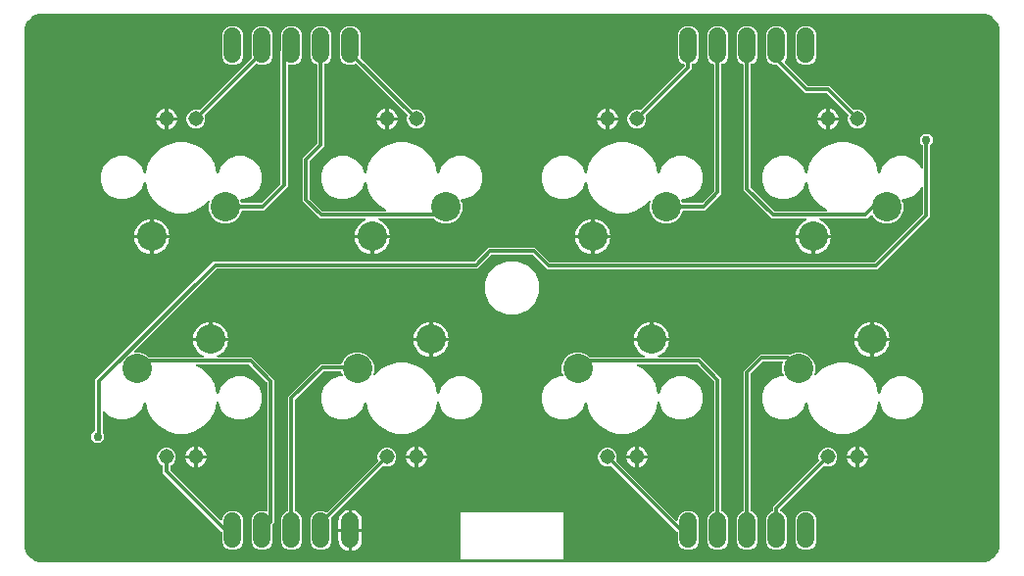
<source format=gbr>
G04 EAGLE Gerber RS-274X export*
G75*
%MOMM*%
%FSLAX34Y34*%
%LPD*%
%INBottom Copper*%
%IPPOS*%
%AMOC8*
5,1,8,0,0,1.08239X$1,22.5*%
G01*
%ADD10C,2.540000*%
%ADD11C,1.308000*%
%ADD12C,1.524000*%
%ADD13C,0.304800*%
%ADD14C,0.756400*%

G36*
X838218Y10545D02*
X838218Y10545D01*
X838250Y10543D01*
X840090Y10664D01*
X840113Y10669D01*
X840237Y10688D01*
X843792Y11641D01*
X843806Y11647D01*
X843822Y11649D01*
X843975Y11717D01*
X847162Y13557D01*
X847175Y13567D01*
X847189Y13573D01*
X847320Y13678D01*
X849922Y16280D01*
X849931Y16293D01*
X849944Y16303D01*
X850043Y16438D01*
X851883Y19625D01*
X851889Y19639D01*
X851898Y19652D01*
X851959Y19808D01*
X852912Y23363D01*
X852914Y23387D01*
X852936Y23510D01*
X853057Y25350D01*
X853055Y25369D01*
X853058Y25400D01*
X853058Y469900D01*
X853055Y469918D01*
X853057Y469950D01*
X852936Y471790D01*
X852931Y471813D01*
X852912Y471937D01*
X851959Y475492D01*
X851953Y475506D01*
X851951Y475522D01*
X851883Y475675D01*
X850043Y478862D01*
X850033Y478875D01*
X850027Y478889D01*
X849922Y479020D01*
X847320Y481622D01*
X847307Y481631D01*
X847297Y481644D01*
X847162Y481743D01*
X843975Y483583D01*
X843961Y483589D01*
X843948Y483598D01*
X843792Y483659D01*
X840237Y484612D01*
X840213Y484614D01*
X840090Y484636D01*
X838250Y484757D01*
X838231Y484755D01*
X838200Y484758D01*
X25400Y484758D01*
X25382Y484755D01*
X25350Y484757D01*
X23510Y484636D01*
X23487Y484631D01*
X23363Y484612D01*
X19808Y483659D01*
X19794Y483653D01*
X19778Y483651D01*
X19625Y483583D01*
X16438Y481743D01*
X16425Y481733D01*
X16411Y481727D01*
X16280Y481622D01*
X13678Y479020D01*
X13669Y479007D01*
X13656Y478997D01*
X13557Y478862D01*
X11717Y475675D01*
X11711Y475661D01*
X11702Y475648D01*
X11641Y475492D01*
X10688Y471937D01*
X10686Y471914D01*
X10664Y471790D01*
X10543Y469950D01*
X10545Y469931D01*
X10542Y469900D01*
X10542Y25400D01*
X10545Y25382D01*
X10543Y25350D01*
X10664Y23510D01*
X10669Y23487D01*
X10688Y23363D01*
X11641Y19808D01*
X11647Y19794D01*
X11649Y19778D01*
X11717Y19625D01*
X13557Y16438D01*
X13567Y16425D01*
X13573Y16411D01*
X13678Y16280D01*
X16280Y13678D01*
X16293Y13669D01*
X16303Y13656D01*
X16438Y13557D01*
X19625Y11717D01*
X19639Y11711D01*
X19652Y11702D01*
X19808Y11641D01*
X23363Y10688D01*
X23387Y10686D01*
X23510Y10664D01*
X25350Y10543D01*
X25369Y10545D01*
X25400Y10542D01*
X838200Y10542D01*
X838218Y10545D01*
G37*
%LPC*%
G36*
X214081Y21335D02*
X214081Y21335D01*
X210720Y22727D01*
X208147Y25300D01*
X206755Y28661D01*
X206755Y47539D01*
X208147Y50900D01*
X210720Y53473D01*
X214081Y54865D01*
X217719Y54865D01*
X219283Y54217D01*
X219327Y54206D01*
X219369Y54187D01*
X219446Y54179D01*
X219522Y54161D01*
X219568Y54165D01*
X219613Y54160D01*
X219690Y54177D01*
X219767Y54184D01*
X219809Y54203D01*
X219854Y54212D01*
X219921Y54252D01*
X219992Y54284D01*
X220026Y54315D01*
X220065Y54339D01*
X220116Y54398D01*
X220173Y54450D01*
X220195Y54491D01*
X220225Y54525D01*
X220254Y54598D01*
X220291Y54666D01*
X220300Y54711D01*
X220317Y54754D01*
X220332Y54889D01*
X220335Y54908D01*
X220334Y54913D01*
X220335Y54920D01*
X220335Y165532D01*
X220321Y165622D01*
X220313Y165713D01*
X220301Y165743D01*
X220296Y165775D01*
X220253Y165856D01*
X220217Y165940D01*
X220191Y165972D01*
X220180Y165992D01*
X220157Y166015D01*
X220112Y166071D01*
X204871Y181312D01*
X204797Y181365D01*
X204727Y181425D01*
X204697Y181437D01*
X204671Y181456D01*
X204584Y181483D01*
X204499Y181517D01*
X204458Y181521D01*
X204436Y181528D01*
X204404Y181527D01*
X204332Y181535D01*
X159749Y181535D01*
X159701Y181528D01*
X159653Y181529D01*
X159581Y181508D01*
X159506Y181496D01*
X159464Y181473D01*
X159418Y181459D01*
X159355Y181416D01*
X159289Y181380D01*
X159256Y181346D01*
X159216Y181318D01*
X159171Y181257D01*
X159119Y181202D01*
X159099Y181159D01*
X159071Y181120D01*
X159048Y181048D01*
X159016Y180979D01*
X159010Y180931D01*
X158996Y180886D01*
X158997Y180810D01*
X158989Y180735D01*
X158999Y180688D01*
X158999Y180640D01*
X159025Y180568D01*
X159041Y180494D01*
X159065Y180453D01*
X159081Y180408D01*
X159128Y180348D01*
X159167Y180283D01*
X159203Y180252D01*
X159233Y180214D01*
X159337Y180138D01*
X159354Y180123D01*
X159360Y180121D01*
X159368Y180115D01*
X164876Y176935D01*
X170585Y171226D01*
X174621Y164235D01*
X176711Y156437D01*
X176711Y156369D01*
X176726Y156273D01*
X176736Y156176D01*
X176746Y156152D01*
X176750Y156127D01*
X176796Y156041D01*
X176836Y155952D01*
X176853Y155932D01*
X176866Y155909D01*
X176936Y155842D01*
X177002Y155771D01*
X177025Y155758D01*
X177044Y155740D01*
X177132Y155699D01*
X177218Y155652D01*
X177243Y155647D01*
X177267Y155636D01*
X177364Y155626D01*
X177460Y155608D01*
X177486Y155612D01*
X177511Y155609D01*
X177607Y155630D01*
X177703Y155644D01*
X177726Y155656D01*
X177752Y155661D01*
X177835Y155711D01*
X177922Y155756D01*
X177941Y155774D01*
X177963Y155788D01*
X178026Y155862D01*
X178094Y155931D01*
X178110Y155960D01*
X178123Y155975D01*
X178135Y156005D01*
X178175Y156078D01*
X181030Y162970D01*
X186280Y168220D01*
X193138Y171061D01*
X200562Y171061D01*
X207420Y168220D01*
X212670Y162970D01*
X215511Y156112D01*
X215511Y148688D01*
X212670Y141830D01*
X207420Y136580D01*
X200562Y133739D01*
X193138Y133739D01*
X186280Y136580D01*
X181030Y141830D01*
X178175Y148722D01*
X178124Y148805D01*
X178078Y148891D01*
X178059Y148909D01*
X178046Y148931D01*
X177971Y148993D01*
X177900Y149060D01*
X177876Y149071D01*
X177856Y149088D01*
X177765Y149123D01*
X177677Y149164D01*
X177651Y149167D01*
X177627Y149176D01*
X177529Y149180D01*
X177433Y149191D01*
X177407Y149185D01*
X177381Y149186D01*
X177287Y149159D01*
X177192Y149139D01*
X177170Y149125D01*
X177145Y149118D01*
X177065Y149062D01*
X176981Y149012D01*
X176964Y148993D01*
X176943Y148978D01*
X176884Y148899D01*
X176821Y148825D01*
X176811Y148801D01*
X176796Y148780D01*
X176766Y148688D01*
X176729Y148597D01*
X176726Y148565D01*
X176720Y148546D01*
X176720Y148513D01*
X176711Y148431D01*
X176711Y148363D01*
X174621Y140565D01*
X170585Y133574D01*
X164876Y127865D01*
X157885Y123829D01*
X150087Y121739D01*
X142013Y121739D01*
X134215Y123829D01*
X127224Y127865D01*
X121515Y133574D01*
X117479Y140565D01*
X115389Y148363D01*
X115389Y148431D01*
X115374Y148527D01*
X115364Y148624D01*
X115354Y148648D01*
X115350Y148673D01*
X115304Y148759D01*
X115264Y148848D01*
X115247Y148868D01*
X115234Y148891D01*
X115164Y148958D01*
X115098Y149029D01*
X115075Y149042D01*
X115056Y149060D01*
X114968Y149101D01*
X114882Y149148D01*
X114857Y149153D01*
X114833Y149164D01*
X114736Y149174D01*
X114640Y149192D01*
X114614Y149188D01*
X114589Y149191D01*
X114493Y149170D01*
X114397Y149156D01*
X114374Y149144D01*
X114348Y149139D01*
X114265Y149089D01*
X114178Y149044D01*
X114159Y149026D01*
X114137Y149012D01*
X114074Y148938D01*
X114006Y148869D01*
X113990Y148840D01*
X113977Y148825D01*
X113965Y148795D01*
X113925Y148722D01*
X111070Y141830D01*
X105820Y136580D01*
X98962Y133739D01*
X91538Y133739D01*
X84680Y136580D01*
X79414Y141845D01*
X79356Y141887D01*
X79304Y141937D01*
X79257Y141959D01*
X79215Y141989D01*
X79146Y142010D01*
X79081Y142040D01*
X79029Y142046D01*
X78979Y142061D01*
X78908Y142060D01*
X78837Y142067D01*
X78786Y142056D01*
X78734Y142055D01*
X78666Y142030D01*
X78596Y142015D01*
X78551Y141988D01*
X78503Y141971D01*
X78447Y141926D01*
X78385Y141889D01*
X78351Y141849D01*
X78311Y141817D01*
X78272Y141757D01*
X78225Y141702D01*
X78206Y141654D01*
X78178Y141610D01*
X78160Y141540D01*
X78133Y141474D01*
X78125Y141403D01*
X78117Y141371D01*
X78119Y141348D01*
X78115Y141307D01*
X78115Y122587D01*
X78129Y122497D01*
X78137Y122406D01*
X78149Y122376D01*
X78154Y122344D01*
X78197Y122263D01*
X78233Y122179D01*
X78259Y122147D01*
X78270Y122127D01*
X78293Y122104D01*
X78338Y122048D01*
X79125Y121261D01*
X79125Y116864D01*
X76017Y113756D01*
X71621Y113756D01*
X68512Y116864D01*
X68512Y121261D01*
X71794Y124543D01*
X71847Y124617D01*
X71907Y124686D01*
X71919Y124716D01*
X71938Y124743D01*
X71965Y124830D01*
X71999Y124914D01*
X72003Y124955D01*
X72010Y124978D01*
X72009Y125010D01*
X72017Y125081D01*
X72017Y168450D01*
X174110Y270542D01*
X399266Y270542D01*
X399356Y270557D01*
X399447Y270564D01*
X399476Y270577D01*
X399508Y270582D01*
X399589Y270625D01*
X399673Y270661D01*
X399705Y270686D01*
X399726Y270697D01*
X399748Y270721D01*
X399804Y270765D01*
X411487Y282449D01*
X452113Y282449D01*
X464590Y269972D01*
X464664Y269919D01*
X464733Y269859D01*
X464763Y269847D01*
X464790Y269828D01*
X464877Y269801D01*
X464961Y269767D01*
X465002Y269763D01*
X465025Y269756D01*
X465057Y269757D01*
X465128Y269749D01*
X744547Y269749D01*
X744637Y269763D01*
X744728Y269771D01*
X744758Y269783D01*
X744790Y269788D01*
X744870Y269831D01*
X744954Y269867D01*
X744986Y269893D01*
X745007Y269904D01*
X745029Y269927D01*
X745085Y269972D01*
X786510Y311396D01*
X786563Y311470D01*
X786622Y311540D01*
X786634Y311570D01*
X786653Y311596D01*
X786680Y311683D01*
X786714Y311768D01*
X786719Y311809D01*
X786725Y311831D01*
X786725Y311863D01*
X786733Y311934D01*
X786733Y334689D01*
X786717Y334786D01*
X786708Y334882D01*
X786697Y334906D01*
X786693Y334932D01*
X786647Y335018D01*
X786608Y335107D01*
X786590Y335126D01*
X786578Y335150D01*
X786507Y335217D01*
X786441Y335288D01*
X786418Y335301D01*
X786399Y335319D01*
X786311Y335360D01*
X786226Y335407D01*
X786200Y335412D01*
X786176Y335423D01*
X786080Y335433D01*
X785984Y335451D01*
X785958Y335447D01*
X785932Y335450D01*
X785837Y335429D01*
X785740Y335415D01*
X785717Y335403D01*
X785691Y335397D01*
X785608Y335347D01*
X785521Y335303D01*
X785503Y335285D01*
X785480Y335271D01*
X785417Y335197D01*
X785349Y335128D01*
X785333Y335099D01*
X785320Y335084D01*
X785308Y335054D01*
X785268Y334981D01*
X784170Y332330D01*
X778920Y327080D01*
X772062Y324239D01*
X769395Y324239D01*
X769349Y324232D01*
X769303Y324234D01*
X769228Y324212D01*
X769152Y324200D01*
X769111Y324178D01*
X769067Y324165D01*
X769003Y324121D01*
X768934Y324084D01*
X768903Y324051D01*
X768865Y324025D01*
X768819Y323963D01*
X768765Y323906D01*
X768746Y323864D01*
X768718Y323828D01*
X768694Y323754D01*
X768661Y323683D01*
X768656Y323637D01*
X768642Y323594D01*
X768643Y323516D01*
X768634Y323439D01*
X768644Y323394D01*
X768644Y323348D01*
X768683Y323216D01*
X768687Y323198D01*
X768689Y323194D01*
X768691Y323187D01*
X769875Y320329D01*
X769875Y314671D01*
X767709Y309442D01*
X763708Y305441D01*
X758479Y303275D01*
X752821Y303275D01*
X747592Y305441D01*
X743591Y309442D01*
X743054Y310739D01*
X743030Y310778D01*
X743014Y310821D01*
X742965Y310881D01*
X742924Y310948D01*
X742889Y310977D01*
X742860Y311013D01*
X742795Y311055D01*
X742735Y311105D01*
X742692Y311121D01*
X742653Y311146D01*
X742578Y311165D01*
X742505Y311193D01*
X742459Y311195D01*
X742415Y311206D01*
X742337Y311200D01*
X742259Y311203D01*
X742215Y311190D01*
X742170Y311187D01*
X742098Y311156D01*
X742023Y311135D01*
X741985Y311108D01*
X741943Y311090D01*
X741837Y311005D01*
X741821Y310994D01*
X741818Y310990D01*
X741812Y310986D01*
X740503Y309676D01*
X738494Y307667D01*
X698339Y307667D01*
X698272Y307656D01*
X698204Y307655D01*
X698151Y307637D01*
X698096Y307628D01*
X698036Y307596D01*
X697972Y307573D01*
X697928Y307539D01*
X697879Y307512D01*
X697832Y307463D01*
X697779Y307421D01*
X697748Y307375D01*
X697709Y307334D01*
X697681Y307273D01*
X697644Y307216D01*
X697629Y307162D01*
X697606Y307111D01*
X697598Y307044D01*
X697581Y306978D01*
X697585Y306922D01*
X697579Y306867D01*
X697593Y306800D01*
X697598Y306733D01*
X697619Y306681D01*
X697631Y306626D01*
X697666Y306568D01*
X697692Y306505D01*
X697728Y306463D01*
X697757Y306415D01*
X697809Y306371D01*
X697853Y306320D01*
X697919Y306277D01*
X697944Y306255D01*
X697964Y306247D01*
X697993Y306228D01*
X700138Y305135D01*
X702079Y303725D01*
X703775Y302029D01*
X705185Y300088D01*
X706274Y297950D01*
X707015Y295669D01*
X707339Y293623D01*
X692912Y293623D01*
X692892Y293620D01*
X692873Y293622D01*
X692771Y293600D01*
X692669Y293583D01*
X692652Y293574D01*
X692632Y293570D01*
X692543Y293517D01*
X692452Y293468D01*
X692438Y293454D01*
X692421Y293444D01*
X692354Y293365D01*
X692283Y293290D01*
X692274Y293272D01*
X692261Y293257D01*
X692223Y293161D01*
X692179Y293067D01*
X692177Y293047D01*
X692169Y293029D01*
X692151Y292862D01*
X692151Y292099D01*
X692149Y292099D01*
X692149Y292862D01*
X692146Y292882D01*
X692148Y292901D01*
X692126Y293003D01*
X692109Y293105D01*
X692100Y293122D01*
X692096Y293142D01*
X692043Y293231D01*
X691994Y293322D01*
X691980Y293336D01*
X691970Y293353D01*
X691891Y293420D01*
X691816Y293491D01*
X691798Y293500D01*
X691783Y293513D01*
X691687Y293552D01*
X691593Y293595D01*
X691573Y293597D01*
X691555Y293605D01*
X691388Y293623D01*
X676961Y293623D01*
X677285Y295669D01*
X678026Y297950D01*
X679115Y300088D01*
X680525Y302029D01*
X682221Y303725D01*
X684162Y305135D01*
X686307Y306228D01*
X686361Y306268D01*
X686421Y306300D01*
X686460Y306340D01*
X686505Y306373D01*
X686544Y306429D01*
X686591Y306478D01*
X686614Y306529D01*
X686646Y306575D01*
X686666Y306639D01*
X686694Y306701D01*
X686700Y306757D01*
X686716Y306810D01*
X686714Y306878D01*
X686721Y306945D01*
X686709Y307000D01*
X686707Y307056D01*
X686683Y307120D01*
X686669Y307186D01*
X686640Y307234D01*
X686621Y307286D01*
X686578Y307339D01*
X686543Y307397D01*
X686500Y307433D01*
X686465Y307477D01*
X686407Y307513D01*
X686356Y307557D01*
X686304Y307578D01*
X686257Y307608D01*
X686191Y307623D01*
X686128Y307649D01*
X686049Y307657D01*
X686017Y307665D01*
X685997Y307663D01*
X685961Y307667D01*
X656427Y307667D01*
X631951Y332143D01*
X631951Y440436D01*
X631932Y440551D01*
X631915Y440667D01*
X631913Y440673D01*
X631912Y440679D01*
X631857Y440781D01*
X631804Y440886D01*
X631799Y440891D01*
X631796Y440896D01*
X631712Y440976D01*
X631628Y441058D01*
X631622Y441062D01*
X631618Y441065D01*
X631601Y441073D01*
X631481Y441139D01*
X629820Y441827D01*
X627247Y444400D01*
X625855Y447761D01*
X625855Y466639D01*
X627247Y470000D01*
X629820Y472573D01*
X633181Y473965D01*
X636819Y473965D01*
X640180Y472573D01*
X642753Y470000D01*
X644145Y466639D01*
X644145Y447761D01*
X642753Y444400D01*
X640180Y441827D01*
X638519Y441139D01*
X638419Y441078D01*
X638319Y441018D01*
X638315Y441013D01*
X638310Y441010D01*
X638235Y440920D01*
X638159Y440831D01*
X638157Y440825D01*
X638153Y440820D01*
X638111Y440712D01*
X638067Y440603D01*
X638066Y440595D01*
X638065Y440591D01*
X638064Y440572D01*
X638049Y440436D01*
X638049Y334984D01*
X638063Y334894D01*
X638071Y334803D01*
X638083Y334773D01*
X638088Y334741D01*
X638131Y334660D01*
X638167Y334576D01*
X638193Y334544D01*
X638204Y334524D01*
X638227Y334501D01*
X638272Y334445D01*
X658729Y313988D01*
X658803Y313935D01*
X658873Y313875D01*
X658903Y313863D01*
X658929Y313844D01*
X659016Y313817D01*
X659101Y313783D01*
X659142Y313779D01*
X659164Y313772D01*
X659196Y313773D01*
X659268Y313765D01*
X703851Y313765D01*
X703899Y313772D01*
X703947Y313771D01*
X704019Y313792D01*
X704094Y313804D01*
X704136Y313827D01*
X704182Y313841D01*
X704245Y313884D01*
X704311Y313920D01*
X704344Y313954D01*
X704384Y313982D01*
X704429Y314043D01*
X704481Y314098D01*
X704501Y314141D01*
X704529Y314180D01*
X704552Y314252D01*
X704584Y314321D01*
X704590Y314369D01*
X704604Y314414D01*
X704603Y314490D01*
X704612Y314565D01*
X704601Y314612D01*
X704601Y314660D01*
X704575Y314732D01*
X704559Y314806D01*
X704535Y314847D01*
X704519Y314892D01*
X704472Y314952D01*
X704433Y315017D01*
X704397Y315048D01*
X704367Y315086D01*
X704263Y315162D01*
X704246Y315177D01*
X704240Y315179D01*
X704232Y315185D01*
X698724Y318365D01*
X693015Y324074D01*
X688979Y331065D01*
X686889Y338863D01*
X686889Y338931D01*
X686874Y339027D01*
X686864Y339124D01*
X686854Y339148D01*
X686850Y339173D01*
X686804Y339259D01*
X686764Y339348D01*
X686747Y339368D01*
X686734Y339391D01*
X686664Y339458D01*
X686598Y339530D01*
X686575Y339542D01*
X686556Y339560D01*
X686468Y339601D01*
X686382Y339648D01*
X686357Y339653D01*
X686333Y339664D01*
X686236Y339674D01*
X686140Y339692D01*
X686114Y339688D01*
X686089Y339691D01*
X685993Y339670D01*
X685897Y339656D01*
X685874Y339644D01*
X685848Y339639D01*
X685765Y339589D01*
X685678Y339545D01*
X685659Y339526D01*
X685637Y339512D01*
X685574Y339439D01*
X685506Y339369D01*
X685490Y339340D01*
X685477Y339326D01*
X685465Y339295D01*
X685425Y339222D01*
X682570Y332330D01*
X677320Y327080D01*
X670462Y324239D01*
X663038Y324239D01*
X656180Y327080D01*
X650930Y332330D01*
X648089Y339188D01*
X648089Y346612D01*
X650930Y353470D01*
X656180Y358720D01*
X663038Y361561D01*
X670462Y361561D01*
X677320Y358720D01*
X682570Y353470D01*
X685425Y346578D01*
X685476Y346495D01*
X685522Y346409D01*
X685541Y346391D01*
X685554Y346369D01*
X685629Y346307D01*
X685700Y346240D01*
X685724Y346229D01*
X685744Y346212D01*
X685835Y346177D01*
X685923Y346136D01*
X685949Y346133D01*
X685973Y346124D01*
X686071Y346120D01*
X686167Y346109D01*
X686193Y346115D01*
X686219Y346114D01*
X686313Y346141D01*
X686408Y346161D01*
X686430Y346175D01*
X686455Y346182D01*
X686535Y346238D01*
X686619Y346288D01*
X686636Y346307D01*
X686657Y346322D01*
X686716Y346401D01*
X686779Y346474D01*
X686789Y346499D01*
X686804Y346520D01*
X686834Y346612D01*
X686871Y346703D01*
X686874Y346735D01*
X686880Y346754D01*
X686880Y346787D01*
X686889Y346869D01*
X686889Y346937D01*
X688979Y354735D01*
X693015Y361726D01*
X698724Y367435D01*
X705715Y371471D01*
X713513Y373561D01*
X721587Y373561D01*
X729385Y371471D01*
X736376Y367435D01*
X742085Y361726D01*
X746121Y354735D01*
X748211Y346937D01*
X748211Y346869D01*
X748226Y346773D01*
X748236Y346676D01*
X748246Y346652D01*
X748250Y346627D01*
X748296Y346541D01*
X748336Y346452D01*
X748353Y346432D01*
X748366Y346409D01*
X748436Y346342D01*
X748502Y346270D01*
X748525Y346258D01*
X748544Y346240D01*
X748632Y346199D01*
X748718Y346152D01*
X748743Y346147D01*
X748767Y346136D01*
X748864Y346126D01*
X748960Y346108D01*
X748986Y346112D01*
X749011Y346109D01*
X749107Y346130D01*
X749203Y346144D01*
X749226Y346156D01*
X749252Y346161D01*
X749335Y346211D01*
X749422Y346255D01*
X749441Y346274D01*
X749463Y346288D01*
X749526Y346361D01*
X749594Y346431D01*
X749610Y346460D01*
X749623Y346474D01*
X749635Y346505D01*
X749675Y346578D01*
X752530Y353470D01*
X757780Y358720D01*
X764638Y361561D01*
X772062Y361561D01*
X778920Y358720D01*
X784170Y353470D01*
X785268Y350819D01*
X785319Y350736D01*
X785365Y350650D01*
X785384Y350632D01*
X785398Y350610D01*
X785473Y350548D01*
X785543Y350481D01*
X785567Y350470D01*
X785587Y350453D01*
X785678Y350418D01*
X785766Y350377D01*
X785792Y350375D01*
X785817Y350365D01*
X785914Y350361D01*
X786011Y350350D01*
X786036Y350356D01*
X786062Y350355D01*
X786156Y350382D01*
X786251Y350403D01*
X786274Y350416D01*
X786299Y350423D01*
X786379Y350479D01*
X786462Y350529D01*
X786479Y350549D01*
X786501Y350564D01*
X786559Y350642D01*
X786622Y350716D01*
X786632Y350740D01*
X786647Y350761D01*
X786678Y350853D01*
X786714Y350944D01*
X786718Y350976D01*
X786724Y350995D01*
X786723Y351028D01*
X786733Y351111D01*
X786733Y370672D01*
X786718Y370762D01*
X786711Y370853D01*
X786698Y370883D01*
X786693Y370915D01*
X786650Y370996D01*
X786614Y371080D01*
X786589Y371112D01*
X786578Y371132D01*
X786554Y371155D01*
X786510Y371211D01*
X784475Y373246D01*
X784475Y377642D01*
X787583Y380750D01*
X791979Y380750D01*
X795088Y377642D01*
X795088Y373246D01*
X793053Y371211D01*
X793000Y371137D01*
X792940Y371067D01*
X792928Y371037D01*
X792909Y371011D01*
X792883Y370924D01*
X792848Y370839D01*
X792844Y370798D01*
X792837Y370776D01*
X792838Y370744D01*
X792830Y370672D01*
X792830Y309093D01*
X747388Y263651D01*
X462287Y263651D01*
X449810Y276128D01*
X449736Y276181D01*
X449667Y276241D01*
X449637Y276253D01*
X449610Y276272D01*
X449523Y276299D01*
X449439Y276333D01*
X449398Y276337D01*
X449375Y276344D01*
X449343Y276343D01*
X449272Y276351D01*
X414328Y276351D01*
X414238Y276337D01*
X414147Y276329D01*
X414117Y276317D01*
X414085Y276312D01*
X414005Y276269D01*
X413921Y276233D01*
X413889Y276207D01*
X413868Y276196D01*
X413846Y276173D01*
X413790Y276128D01*
X402107Y264445D01*
X176951Y264445D01*
X176861Y264430D01*
X176770Y264423D01*
X176740Y264411D01*
X176708Y264405D01*
X176627Y264363D01*
X176544Y264327D01*
X176511Y264301D01*
X176491Y264290D01*
X176469Y264267D01*
X176413Y264222D01*
X105515Y193324D01*
X105473Y193266D01*
X105424Y193214D01*
X105402Y193167D01*
X105371Y193125D01*
X105350Y193056D01*
X105320Y192991D01*
X105314Y192939D01*
X105299Y192889D01*
X105301Y192818D01*
X105293Y192747D01*
X105304Y192696D01*
X105305Y192644D01*
X105330Y192576D01*
X105345Y192506D01*
X105372Y192461D01*
X105390Y192413D01*
X105435Y192357D01*
X105471Y192295D01*
X105511Y192261D01*
X105543Y192221D01*
X105604Y192182D01*
X105658Y192135D01*
X105707Y192116D01*
X105750Y192088D01*
X105820Y192070D01*
X105886Y192043D01*
X105958Y192035D01*
X105989Y192027D01*
X106012Y192029D01*
X106053Y192025D01*
X110779Y192025D01*
X116008Y189859D01*
X118011Y187856D01*
X118085Y187803D01*
X118155Y187743D01*
X118185Y187731D01*
X118211Y187712D01*
X118298Y187685D01*
X118383Y187651D01*
X118424Y187647D01*
X118446Y187640D01*
X118478Y187641D01*
X118549Y187633D01*
X165261Y187633D01*
X165328Y187644D01*
X165396Y187645D01*
X165449Y187663D01*
X165504Y187672D01*
X165564Y187704D01*
X165628Y187727D01*
X165672Y187761D01*
X165721Y187788D01*
X165768Y187837D01*
X165821Y187879D01*
X165852Y187925D01*
X165891Y187966D01*
X165919Y188027D01*
X165956Y188084D01*
X165971Y188138D01*
X165994Y188189D01*
X166002Y188256D01*
X166019Y188322D01*
X166015Y188378D01*
X166021Y188433D01*
X166007Y188500D01*
X166002Y188567D01*
X165981Y188619D01*
X165969Y188674D01*
X165934Y188732D01*
X165908Y188795D01*
X165872Y188837D01*
X165843Y188885D01*
X165791Y188929D01*
X165747Y188980D01*
X165681Y189023D01*
X165656Y189045D01*
X165636Y189053D01*
X165607Y189072D01*
X163462Y190165D01*
X161521Y191575D01*
X159825Y193271D01*
X158415Y195212D01*
X157326Y197350D01*
X156585Y199631D01*
X156261Y201677D01*
X170688Y201677D01*
X170708Y201680D01*
X170727Y201678D01*
X170829Y201700D01*
X170931Y201717D01*
X170948Y201726D01*
X170968Y201730D01*
X171057Y201783D01*
X171148Y201832D01*
X171162Y201846D01*
X171179Y201856D01*
X171246Y201935D01*
X171317Y202010D01*
X171326Y202028D01*
X171339Y202043D01*
X171377Y202139D01*
X171421Y202233D01*
X171423Y202253D01*
X171431Y202271D01*
X171449Y202438D01*
X171449Y203201D01*
X171451Y203201D01*
X171451Y202438D01*
X171454Y202418D01*
X171452Y202399D01*
X171474Y202297D01*
X171491Y202195D01*
X171500Y202178D01*
X171504Y202158D01*
X171557Y202069D01*
X171606Y201978D01*
X171620Y201964D01*
X171630Y201947D01*
X171709Y201880D01*
X171784Y201809D01*
X171802Y201800D01*
X171817Y201787D01*
X171913Y201748D01*
X172007Y201705D01*
X172027Y201703D01*
X172045Y201695D01*
X172212Y201677D01*
X186639Y201677D01*
X186315Y199631D01*
X185574Y197350D01*
X184485Y195212D01*
X183075Y193271D01*
X181379Y191575D01*
X179438Y190165D01*
X177293Y189072D01*
X177239Y189032D01*
X177179Y189000D01*
X177140Y188960D01*
X177095Y188927D01*
X177056Y188871D01*
X177009Y188822D01*
X176986Y188771D01*
X176954Y188725D01*
X176934Y188661D01*
X176906Y188599D01*
X176900Y188543D01*
X176884Y188490D01*
X176886Y188422D01*
X176879Y188355D01*
X176891Y188300D01*
X176893Y188244D01*
X176917Y188180D01*
X176931Y188114D01*
X176960Y188066D01*
X176979Y188014D01*
X177022Y187961D01*
X177057Y187903D01*
X177100Y187867D01*
X177135Y187823D01*
X177193Y187787D01*
X177244Y187743D01*
X177296Y187722D01*
X177343Y187692D01*
X177409Y187677D01*
X177472Y187651D01*
X177551Y187643D01*
X177583Y187635D01*
X177603Y187637D01*
X177639Y187633D01*
X207173Y187633D01*
X226433Y168373D01*
X226433Y44321D01*
X225268Y43156D01*
X225215Y43082D01*
X225155Y43013D01*
X225143Y42983D01*
X225124Y42956D01*
X225097Y42869D01*
X225063Y42785D01*
X225059Y42744D01*
X225052Y42721D01*
X225053Y42689D01*
X225045Y42618D01*
X225045Y28661D01*
X223653Y25300D01*
X221080Y22727D01*
X217719Y21335D01*
X214081Y21335D01*
G37*
%LPD*%
%LPC*%
G36*
X311149Y292099D02*
X311149Y292099D01*
X311149Y292862D01*
X311146Y292882D01*
X311148Y292901D01*
X311126Y293003D01*
X311109Y293105D01*
X311100Y293122D01*
X311096Y293142D01*
X311043Y293231D01*
X310994Y293322D01*
X310980Y293336D01*
X310970Y293353D01*
X310891Y293420D01*
X310816Y293491D01*
X310798Y293500D01*
X310783Y293513D01*
X310687Y293552D01*
X310593Y293595D01*
X310573Y293597D01*
X310555Y293605D01*
X310388Y293623D01*
X295961Y293623D01*
X296285Y295669D01*
X297026Y297950D01*
X298115Y300088D01*
X299525Y302029D01*
X301221Y303725D01*
X303162Y305135D01*
X305307Y306228D01*
X305361Y306268D01*
X305421Y306300D01*
X305460Y306340D01*
X305505Y306373D01*
X305544Y306429D01*
X305591Y306478D01*
X305614Y306529D01*
X305646Y306575D01*
X305666Y306639D01*
X305694Y306701D01*
X305700Y306757D01*
X305716Y306810D01*
X305714Y306878D01*
X305721Y306945D01*
X305709Y307000D01*
X305707Y307056D01*
X305683Y307120D01*
X305669Y307186D01*
X305640Y307234D01*
X305621Y307286D01*
X305578Y307339D01*
X305543Y307397D01*
X305500Y307433D01*
X305465Y307477D01*
X305407Y307513D01*
X305356Y307557D01*
X305304Y307578D01*
X305257Y307608D01*
X305191Y307623D01*
X305128Y307649D01*
X305049Y307657D01*
X305017Y307665D01*
X304997Y307663D01*
X304961Y307667D01*
X265871Y307667D01*
X250951Y322587D01*
X250951Y360038D01*
X263428Y372515D01*
X263481Y372589D01*
X263541Y372658D01*
X263553Y372688D01*
X263572Y372715D01*
X263599Y372802D01*
X263633Y372886D01*
X263637Y372927D01*
X263644Y372950D01*
X263643Y372982D01*
X263651Y373053D01*
X263651Y440436D01*
X263632Y440551D01*
X263615Y440667D01*
X263613Y440673D01*
X263612Y440679D01*
X263557Y440781D01*
X263504Y440886D01*
X263499Y440891D01*
X263496Y440896D01*
X263412Y440976D01*
X263328Y441058D01*
X263322Y441062D01*
X263318Y441065D01*
X263301Y441073D01*
X263181Y441139D01*
X261520Y441827D01*
X258947Y444400D01*
X257555Y447761D01*
X257555Y466639D01*
X258947Y470000D01*
X261520Y472573D01*
X264881Y473965D01*
X268519Y473965D01*
X271880Y472573D01*
X274453Y470000D01*
X275845Y466639D01*
X275845Y447761D01*
X274453Y444400D01*
X271880Y441827D01*
X270219Y441139D01*
X270119Y441078D01*
X270019Y441018D01*
X270015Y441013D01*
X270010Y441010D01*
X269935Y440920D01*
X269859Y440831D01*
X269857Y440825D01*
X269853Y440820D01*
X269811Y440712D01*
X269767Y440603D01*
X269766Y440595D01*
X269765Y440591D01*
X269764Y440572D01*
X269749Y440436D01*
X269749Y370212D01*
X257272Y357735D01*
X257219Y357661D01*
X257159Y357592D01*
X257147Y357562D01*
X257128Y357535D01*
X257101Y357448D01*
X257067Y357364D01*
X257063Y357323D01*
X257056Y357300D01*
X257057Y357268D01*
X257049Y357197D01*
X257049Y325428D01*
X257063Y325338D01*
X257071Y325247D01*
X257083Y325217D01*
X257088Y325185D01*
X257131Y325105D01*
X257167Y325021D01*
X257193Y324989D01*
X257204Y324968D01*
X257227Y324946D01*
X257272Y324890D01*
X268174Y313988D01*
X268248Y313935D01*
X268317Y313875D01*
X268347Y313863D01*
X268374Y313844D01*
X268461Y313817D01*
X268545Y313783D01*
X268586Y313779D01*
X268609Y313772D01*
X268641Y313773D01*
X268712Y313765D01*
X322851Y313765D01*
X322899Y313772D01*
X322947Y313771D01*
X323019Y313792D01*
X323094Y313804D01*
X323136Y313827D01*
X323182Y313841D01*
X323245Y313884D01*
X323311Y313920D01*
X323344Y313954D01*
X323384Y313982D01*
X323429Y314043D01*
X323481Y314098D01*
X323501Y314141D01*
X323529Y314180D01*
X323552Y314252D01*
X323584Y314321D01*
X323590Y314369D01*
X323604Y314414D01*
X323603Y314490D01*
X323611Y314565D01*
X323601Y314612D01*
X323601Y314660D01*
X323575Y314732D01*
X323559Y314806D01*
X323535Y314847D01*
X323519Y314892D01*
X323472Y314952D01*
X323433Y315017D01*
X323397Y315048D01*
X323367Y315086D01*
X323263Y315162D01*
X323246Y315177D01*
X323240Y315179D01*
X323232Y315185D01*
X317724Y318365D01*
X312015Y324074D01*
X307979Y331065D01*
X305889Y338863D01*
X305889Y338931D01*
X305874Y339027D01*
X305864Y339124D01*
X305854Y339148D01*
X305850Y339173D01*
X305804Y339259D01*
X305764Y339348D01*
X305747Y339368D01*
X305734Y339391D01*
X305664Y339458D01*
X305598Y339529D01*
X305575Y339542D01*
X305556Y339560D01*
X305468Y339601D01*
X305382Y339648D01*
X305357Y339653D01*
X305333Y339664D01*
X305236Y339674D01*
X305140Y339692D01*
X305114Y339688D01*
X305089Y339691D01*
X304993Y339670D01*
X304897Y339656D01*
X304874Y339644D01*
X304848Y339639D01*
X304765Y339589D01*
X304678Y339544D01*
X304659Y339526D01*
X304637Y339512D01*
X304574Y339438D01*
X304506Y339369D01*
X304490Y339340D01*
X304477Y339325D01*
X304465Y339295D01*
X304425Y339222D01*
X301570Y332330D01*
X296320Y327080D01*
X289462Y324239D01*
X282038Y324239D01*
X275180Y327080D01*
X269930Y332330D01*
X267089Y339188D01*
X267089Y346612D01*
X269930Y353470D01*
X275180Y358720D01*
X282038Y361561D01*
X289462Y361561D01*
X296320Y358720D01*
X301570Y353470D01*
X304425Y346578D01*
X304476Y346495D01*
X304522Y346409D01*
X304541Y346391D01*
X304554Y346369D01*
X304629Y346307D01*
X304700Y346240D01*
X304724Y346229D01*
X304744Y346212D01*
X304835Y346177D01*
X304923Y346136D01*
X304949Y346133D01*
X304973Y346124D01*
X305071Y346120D01*
X305167Y346109D01*
X305193Y346115D01*
X305219Y346114D01*
X305313Y346141D01*
X305408Y346161D01*
X305430Y346175D01*
X305455Y346182D01*
X305535Y346238D01*
X305619Y346288D01*
X305636Y346307D01*
X305657Y346322D01*
X305716Y346401D01*
X305779Y346475D01*
X305789Y346499D01*
X305804Y346520D01*
X305834Y346612D01*
X305871Y346703D01*
X305874Y346735D01*
X305880Y346754D01*
X305880Y346787D01*
X305889Y346869D01*
X305889Y346937D01*
X307979Y354735D01*
X312015Y361726D01*
X317724Y367435D01*
X324715Y371471D01*
X332513Y373561D01*
X340587Y373561D01*
X348385Y371471D01*
X355376Y367435D01*
X361085Y361726D01*
X365121Y354735D01*
X367211Y346937D01*
X367211Y346869D01*
X367226Y346773D01*
X367236Y346676D01*
X367246Y346652D01*
X367250Y346627D01*
X367296Y346541D01*
X367336Y346452D01*
X367353Y346432D01*
X367366Y346409D01*
X367436Y346342D01*
X367502Y346271D01*
X367525Y346258D01*
X367544Y346240D01*
X367632Y346199D01*
X367718Y346152D01*
X367743Y346147D01*
X367767Y346136D01*
X367864Y346126D01*
X367960Y346108D01*
X367986Y346112D01*
X368011Y346109D01*
X368107Y346130D01*
X368203Y346144D01*
X368226Y346156D01*
X368252Y346161D01*
X368335Y346211D01*
X368422Y346256D01*
X368441Y346274D01*
X368463Y346288D01*
X368526Y346362D01*
X368594Y346431D01*
X368610Y346460D01*
X368623Y346475D01*
X368635Y346505D01*
X368675Y346578D01*
X371530Y353470D01*
X376780Y358720D01*
X383638Y361561D01*
X391062Y361561D01*
X397920Y358720D01*
X403170Y353470D01*
X406011Y346612D01*
X406011Y339188D01*
X403170Y332330D01*
X397920Y327080D01*
X391062Y324239D01*
X388395Y324239D01*
X388349Y324232D01*
X388303Y324234D01*
X388228Y324212D01*
X388152Y324200D01*
X388111Y324178D01*
X388067Y324165D01*
X388003Y324121D01*
X387934Y324084D01*
X387903Y324051D01*
X387865Y324025D01*
X387819Y323963D01*
X387765Y323906D01*
X387746Y323864D01*
X387718Y323828D01*
X387694Y323754D01*
X387661Y323683D01*
X387656Y323637D01*
X387642Y323594D01*
X387643Y323516D01*
X387634Y323439D01*
X387644Y323394D01*
X387644Y323348D01*
X387683Y323216D01*
X387687Y323198D01*
X387689Y323194D01*
X387691Y323187D01*
X388875Y320329D01*
X388875Y314671D01*
X386709Y309442D01*
X382708Y305441D01*
X377479Y303275D01*
X371821Y303275D01*
X366592Y305441D01*
X364589Y307444D01*
X364515Y307497D01*
X364445Y307557D01*
X364415Y307569D01*
X364389Y307588D01*
X364302Y307615D01*
X364217Y307649D01*
X364176Y307653D01*
X364154Y307660D01*
X364122Y307659D01*
X364051Y307667D01*
X317339Y307667D01*
X317272Y307656D01*
X317204Y307655D01*
X317151Y307637D01*
X317096Y307628D01*
X317036Y307596D01*
X316972Y307573D01*
X316928Y307539D01*
X316879Y307512D01*
X316832Y307463D01*
X316779Y307421D01*
X316748Y307375D01*
X316709Y307334D01*
X316681Y307273D01*
X316644Y307216D01*
X316629Y307162D01*
X316606Y307111D01*
X316598Y307044D01*
X316581Y306978D01*
X316585Y306922D01*
X316579Y306867D01*
X316593Y306800D01*
X316598Y306733D01*
X316619Y306681D01*
X316631Y306626D01*
X316666Y306568D01*
X316692Y306505D01*
X316728Y306463D01*
X316757Y306415D01*
X316809Y306371D01*
X316853Y306320D01*
X316919Y306277D01*
X316944Y306255D01*
X316964Y306247D01*
X316993Y306228D01*
X319138Y305135D01*
X321079Y303725D01*
X322775Y302029D01*
X324185Y300088D01*
X325274Y297950D01*
X326015Y295669D01*
X326339Y293623D01*
X311912Y293623D01*
X311892Y293620D01*
X311873Y293622D01*
X311771Y293600D01*
X311669Y293583D01*
X311652Y293574D01*
X311632Y293570D01*
X311543Y293517D01*
X311452Y293468D01*
X311438Y293454D01*
X311421Y293444D01*
X311354Y293365D01*
X311283Y293290D01*
X311274Y293272D01*
X311261Y293257D01*
X311223Y293161D01*
X311179Y293067D01*
X311177Y293047D01*
X311169Y293029D01*
X311151Y292862D01*
X311151Y292099D01*
X311149Y292099D01*
G37*
%LPD*%
%LPC*%
G36*
X607781Y21335D02*
X607781Y21335D01*
X604420Y22727D01*
X601847Y25300D01*
X600455Y28661D01*
X600455Y47539D01*
X601847Y50900D01*
X604420Y53473D01*
X606081Y54161D01*
X606181Y54222D01*
X606281Y54282D01*
X606285Y54287D01*
X606290Y54290D01*
X606365Y54380D01*
X606441Y54469D01*
X606443Y54475D01*
X606447Y54480D01*
X606489Y54588D01*
X606533Y54697D01*
X606534Y54705D01*
X606535Y54709D01*
X606536Y54728D01*
X606551Y54864D01*
X606551Y166666D01*
X606537Y166756D01*
X606529Y166847D01*
X606517Y166877D01*
X606512Y166909D01*
X606469Y166990D01*
X606433Y167074D01*
X606407Y167106D01*
X606396Y167126D01*
X606373Y167149D01*
X606328Y167205D01*
X592221Y181312D01*
X592147Y181365D01*
X592077Y181425D01*
X592047Y181437D01*
X592021Y181456D01*
X591934Y181483D01*
X591849Y181517D01*
X591808Y181521D01*
X591786Y181528D01*
X591754Y181527D01*
X591682Y181535D01*
X540749Y181535D01*
X540701Y181528D01*
X540653Y181529D01*
X540581Y181508D01*
X540506Y181496D01*
X540464Y181473D01*
X540418Y181459D01*
X540355Y181416D01*
X540289Y181380D01*
X540256Y181346D01*
X540216Y181318D01*
X540171Y181257D01*
X540119Y181202D01*
X540099Y181159D01*
X540071Y181120D01*
X540048Y181048D01*
X540016Y180979D01*
X540010Y180931D01*
X539996Y180886D01*
X539997Y180810D01*
X539988Y180735D01*
X539999Y180688D01*
X539999Y180640D01*
X540025Y180568D01*
X540041Y180494D01*
X540065Y180453D01*
X540081Y180408D01*
X540128Y180348D01*
X540167Y180283D01*
X540203Y180252D01*
X540233Y180214D01*
X540337Y180138D01*
X540354Y180123D01*
X540360Y180121D01*
X540368Y180115D01*
X545876Y176935D01*
X551585Y171226D01*
X555621Y164235D01*
X557711Y156437D01*
X557711Y156369D01*
X557726Y156273D01*
X557736Y156176D01*
X557746Y156152D01*
X557750Y156127D01*
X557796Y156041D01*
X557836Y155952D01*
X557853Y155932D01*
X557866Y155909D01*
X557936Y155842D01*
X558002Y155771D01*
X558025Y155758D01*
X558044Y155740D01*
X558132Y155699D01*
X558218Y155652D01*
X558243Y155647D01*
X558267Y155636D01*
X558364Y155626D01*
X558460Y155608D01*
X558486Y155612D01*
X558511Y155609D01*
X558607Y155630D01*
X558703Y155644D01*
X558726Y155656D01*
X558752Y155661D01*
X558835Y155711D01*
X558922Y155756D01*
X558941Y155774D01*
X558963Y155788D01*
X559026Y155862D01*
X559094Y155931D01*
X559110Y155960D01*
X559123Y155975D01*
X559135Y156005D01*
X559175Y156078D01*
X562030Y162970D01*
X567280Y168220D01*
X574138Y171061D01*
X581562Y171061D01*
X588420Y168220D01*
X593670Y162970D01*
X596511Y156112D01*
X596511Y148688D01*
X593670Y141830D01*
X588420Y136580D01*
X581562Y133739D01*
X574138Y133739D01*
X567280Y136580D01*
X562030Y141830D01*
X559175Y148722D01*
X559124Y148805D01*
X559078Y148891D01*
X559059Y148909D01*
X559046Y148931D01*
X558971Y148993D01*
X558900Y149060D01*
X558876Y149071D01*
X558856Y149088D01*
X558765Y149123D01*
X558677Y149164D01*
X558651Y149167D01*
X558627Y149176D01*
X558529Y149180D01*
X558433Y149191D01*
X558407Y149185D01*
X558381Y149186D01*
X558287Y149159D01*
X558192Y149139D01*
X558170Y149125D01*
X558145Y149118D01*
X558065Y149062D01*
X557981Y149012D01*
X557964Y148993D01*
X557943Y148978D01*
X557884Y148899D01*
X557821Y148825D01*
X557811Y148801D01*
X557796Y148780D01*
X557766Y148688D01*
X557729Y148597D01*
X557726Y148565D01*
X557720Y148546D01*
X557720Y148513D01*
X557711Y148431D01*
X557711Y148363D01*
X555621Y140565D01*
X551585Y133574D01*
X545876Y127865D01*
X538885Y123829D01*
X531087Y121739D01*
X523013Y121739D01*
X515215Y123829D01*
X508224Y127865D01*
X502515Y133574D01*
X498479Y140565D01*
X496389Y148363D01*
X496389Y148431D01*
X496374Y148527D01*
X496364Y148624D01*
X496354Y148648D01*
X496350Y148673D01*
X496304Y148759D01*
X496264Y148848D01*
X496247Y148868D01*
X496234Y148891D01*
X496164Y148958D01*
X496098Y149029D01*
X496075Y149042D01*
X496056Y149060D01*
X495968Y149101D01*
X495882Y149148D01*
X495857Y149153D01*
X495833Y149164D01*
X495736Y149174D01*
X495640Y149192D01*
X495614Y149188D01*
X495589Y149191D01*
X495493Y149170D01*
X495397Y149156D01*
X495374Y149144D01*
X495348Y149139D01*
X495265Y149089D01*
X495178Y149044D01*
X495159Y149026D01*
X495137Y149012D01*
X495074Y148938D01*
X495006Y148869D01*
X494990Y148840D01*
X494977Y148825D01*
X494965Y148795D01*
X494925Y148722D01*
X492070Y141830D01*
X486820Y136580D01*
X479962Y133739D01*
X472538Y133739D01*
X465680Y136580D01*
X460430Y141830D01*
X457589Y148688D01*
X457589Y156112D01*
X460430Y162970D01*
X465680Y168220D01*
X472538Y171061D01*
X475205Y171061D01*
X475251Y171068D01*
X475297Y171066D01*
X475372Y171088D01*
X475448Y171100D01*
X475489Y171122D01*
X475533Y171135D01*
X475597Y171179D01*
X475666Y171216D01*
X475697Y171249D01*
X475735Y171275D01*
X475781Y171337D01*
X475835Y171394D01*
X475854Y171436D01*
X475882Y171472D01*
X475906Y171546D01*
X475939Y171617D01*
X475944Y171663D01*
X475958Y171706D01*
X475957Y171784D01*
X475966Y171861D01*
X475956Y171906D01*
X475956Y171952D01*
X475917Y172084D01*
X475913Y172102D01*
X475911Y172106D01*
X475909Y172113D01*
X474725Y174971D01*
X474725Y180629D01*
X476891Y185858D01*
X480892Y189859D01*
X486121Y192025D01*
X491779Y192025D01*
X497008Y189859D01*
X499011Y187856D01*
X499085Y187803D01*
X499155Y187743D01*
X499185Y187731D01*
X499211Y187712D01*
X499298Y187685D01*
X499383Y187651D01*
X499424Y187647D01*
X499446Y187640D01*
X499478Y187641D01*
X499549Y187633D01*
X546261Y187633D01*
X546328Y187644D01*
X546396Y187645D01*
X546449Y187663D01*
X546504Y187672D01*
X546564Y187704D01*
X546628Y187727D01*
X546672Y187761D01*
X546721Y187788D01*
X546768Y187837D01*
X546821Y187879D01*
X546852Y187925D01*
X546891Y187966D01*
X546919Y188027D01*
X546956Y188084D01*
X546971Y188138D01*
X546994Y188189D01*
X547002Y188256D01*
X547019Y188322D01*
X547015Y188378D01*
X547021Y188433D01*
X547007Y188500D01*
X547002Y188567D01*
X546981Y188619D01*
X546969Y188674D01*
X546934Y188732D01*
X546908Y188795D01*
X546872Y188837D01*
X546843Y188885D01*
X546791Y188929D01*
X546747Y188980D01*
X546681Y189023D01*
X546656Y189045D01*
X546636Y189053D01*
X546607Y189072D01*
X544462Y190165D01*
X542521Y191575D01*
X540825Y193271D01*
X539415Y195212D01*
X538326Y197350D01*
X537585Y199631D01*
X537261Y201677D01*
X551688Y201677D01*
X551708Y201680D01*
X551727Y201678D01*
X551829Y201700D01*
X551931Y201717D01*
X551948Y201726D01*
X551968Y201730D01*
X552057Y201783D01*
X552148Y201832D01*
X552162Y201846D01*
X552179Y201856D01*
X552246Y201935D01*
X552317Y202010D01*
X552326Y202028D01*
X552339Y202043D01*
X552377Y202139D01*
X552421Y202233D01*
X552423Y202253D01*
X552431Y202271D01*
X552449Y202438D01*
X552449Y203201D01*
X552451Y203201D01*
X552451Y202438D01*
X552454Y202418D01*
X552452Y202399D01*
X552474Y202297D01*
X552491Y202195D01*
X552500Y202178D01*
X552504Y202158D01*
X552557Y202069D01*
X552606Y201978D01*
X552620Y201964D01*
X552630Y201947D01*
X552709Y201880D01*
X552784Y201809D01*
X552802Y201800D01*
X552817Y201787D01*
X552913Y201748D01*
X553007Y201705D01*
X553027Y201703D01*
X553045Y201695D01*
X553212Y201677D01*
X567639Y201677D01*
X567315Y199631D01*
X566574Y197350D01*
X565485Y195212D01*
X564075Y193271D01*
X562379Y191575D01*
X560438Y190165D01*
X558293Y189072D01*
X558239Y189032D01*
X558179Y189000D01*
X558140Y188960D01*
X558095Y188927D01*
X558056Y188871D01*
X558009Y188822D01*
X557986Y188771D01*
X557954Y188725D01*
X557934Y188661D01*
X557906Y188599D01*
X557900Y188543D01*
X557884Y188490D01*
X557886Y188422D01*
X557879Y188355D01*
X557891Y188300D01*
X557893Y188244D01*
X557917Y188180D01*
X557931Y188114D01*
X557960Y188066D01*
X557979Y188014D01*
X558022Y187961D01*
X558057Y187903D01*
X558100Y187867D01*
X558135Y187823D01*
X558193Y187787D01*
X558244Y187743D01*
X558296Y187722D01*
X558343Y187692D01*
X558409Y187677D01*
X558472Y187651D01*
X558551Y187643D01*
X558583Y187635D01*
X558603Y187637D01*
X558639Y187633D01*
X594523Y187633D01*
X612649Y169507D01*
X612649Y54864D01*
X612668Y54749D01*
X612685Y54633D01*
X612687Y54627D01*
X612688Y54621D01*
X612743Y54519D01*
X612796Y54414D01*
X612801Y54409D01*
X612804Y54404D01*
X612888Y54324D01*
X612972Y54242D01*
X612978Y54238D01*
X612982Y54235D01*
X612999Y54227D01*
X613119Y54161D01*
X614780Y53473D01*
X617353Y50900D01*
X618745Y47539D01*
X618745Y28661D01*
X617353Y25300D01*
X614780Y22727D01*
X611419Y21335D01*
X607781Y21335D01*
G37*
%LPD*%
%LPC*%
G36*
X633181Y21335D02*
X633181Y21335D01*
X629820Y22727D01*
X627247Y25300D01*
X625855Y28661D01*
X625855Y47539D01*
X627247Y50900D01*
X629820Y53473D01*
X631481Y54161D01*
X631581Y54223D01*
X631681Y54282D01*
X631685Y54287D01*
X631690Y54290D01*
X631765Y54381D01*
X631841Y54469D01*
X631843Y54475D01*
X631847Y54480D01*
X631889Y54588D01*
X631933Y54697D01*
X631934Y54705D01*
X631935Y54709D01*
X631936Y54728D01*
X631951Y54864D01*
X631951Y175888D01*
X646437Y190374D01*
X671188Y190374D01*
X671252Y190310D01*
X671347Y190242D01*
X671441Y190172D01*
X671447Y190170D01*
X671452Y190166D01*
X671563Y190132D01*
X671674Y190096D01*
X671681Y190096D01*
X671687Y190094D01*
X671803Y190097D01*
X671920Y190098D01*
X671928Y190100D01*
X671933Y190100D01*
X671950Y190106D01*
X672082Y190145D01*
X676621Y192025D01*
X682279Y192025D01*
X687508Y189859D01*
X691509Y185858D01*
X693675Y180629D01*
X693675Y174971D01*
X692958Y173240D01*
X692936Y173145D01*
X692907Y173052D01*
X692908Y173026D01*
X692902Y173000D01*
X692911Y172904D01*
X692913Y172806D01*
X692922Y172782D01*
X692925Y172756D01*
X692964Y172667D01*
X692998Y172575D01*
X693014Y172555D01*
X693025Y172531D01*
X693091Y172459D01*
X693152Y172383D01*
X693174Y172369D01*
X693191Y172350D01*
X693277Y172303D01*
X693358Y172250D01*
X693384Y172244D01*
X693407Y172231D01*
X693503Y172214D01*
X693597Y172190D01*
X693623Y172192D01*
X693649Y172187D01*
X693745Y172202D01*
X693842Y172209D01*
X693866Y172219D01*
X693892Y172223D01*
X693979Y172267D01*
X694069Y172305D01*
X694094Y172326D01*
X694111Y172335D01*
X694135Y172358D01*
X694199Y172410D01*
X698724Y176935D01*
X705715Y180971D01*
X713513Y183061D01*
X721587Y183061D01*
X729385Y180971D01*
X736376Y176935D01*
X742085Y171226D01*
X746121Y164235D01*
X748211Y156437D01*
X748211Y156369D01*
X748226Y156273D01*
X748236Y156176D01*
X748246Y156152D01*
X748250Y156127D01*
X748296Y156041D01*
X748336Y155952D01*
X748353Y155932D01*
X748366Y155909D01*
X748436Y155842D01*
X748502Y155771D01*
X748525Y155758D01*
X748544Y155740D01*
X748632Y155699D01*
X748718Y155652D01*
X748743Y155647D01*
X748767Y155636D01*
X748864Y155626D01*
X748960Y155608D01*
X748986Y155612D01*
X749011Y155609D01*
X749107Y155630D01*
X749203Y155644D01*
X749226Y155656D01*
X749252Y155661D01*
X749335Y155711D01*
X749422Y155756D01*
X749441Y155774D01*
X749463Y155788D01*
X749526Y155862D01*
X749594Y155931D01*
X749610Y155960D01*
X749623Y155975D01*
X749635Y156005D01*
X749675Y156078D01*
X752530Y162970D01*
X757780Y168220D01*
X764638Y171061D01*
X772062Y171061D01*
X778920Y168220D01*
X784170Y162970D01*
X787011Y156112D01*
X787011Y148688D01*
X784170Y141830D01*
X778920Y136580D01*
X772062Y133739D01*
X764638Y133739D01*
X757780Y136580D01*
X752530Y141830D01*
X749675Y148722D01*
X749624Y148805D01*
X749578Y148891D01*
X749559Y148909D01*
X749546Y148931D01*
X749471Y148993D01*
X749400Y149060D01*
X749376Y149071D01*
X749356Y149088D01*
X749265Y149123D01*
X749177Y149164D01*
X749151Y149167D01*
X749127Y149176D01*
X749029Y149180D01*
X748933Y149191D01*
X748907Y149185D01*
X748881Y149186D01*
X748787Y149159D01*
X748692Y149139D01*
X748670Y149125D01*
X748645Y149118D01*
X748565Y149062D01*
X748481Y149012D01*
X748464Y148993D01*
X748443Y148978D01*
X748384Y148899D01*
X748321Y148825D01*
X748311Y148801D01*
X748296Y148780D01*
X748266Y148688D01*
X748229Y148597D01*
X748226Y148565D01*
X748220Y148546D01*
X748220Y148513D01*
X748211Y148431D01*
X748211Y148363D01*
X746121Y140565D01*
X742085Y133574D01*
X736376Y127865D01*
X729385Y123829D01*
X721587Y121739D01*
X713513Y121739D01*
X705715Y123829D01*
X698724Y127865D01*
X693015Y133574D01*
X688979Y140565D01*
X686889Y148363D01*
X686889Y148431D01*
X686874Y148527D01*
X686864Y148624D01*
X686854Y148648D01*
X686850Y148673D01*
X686804Y148759D01*
X686764Y148848D01*
X686747Y148868D01*
X686734Y148891D01*
X686664Y148958D01*
X686598Y149029D01*
X686575Y149042D01*
X686556Y149060D01*
X686468Y149101D01*
X686382Y149148D01*
X686357Y149153D01*
X686333Y149164D01*
X686236Y149174D01*
X686140Y149192D01*
X686114Y149188D01*
X686089Y149191D01*
X685993Y149170D01*
X685897Y149156D01*
X685874Y149144D01*
X685848Y149139D01*
X685765Y149089D01*
X685678Y149044D01*
X685659Y149026D01*
X685637Y149012D01*
X685574Y148938D01*
X685506Y148869D01*
X685490Y148840D01*
X685477Y148825D01*
X685465Y148795D01*
X685425Y148722D01*
X682570Y141830D01*
X677320Y136580D01*
X670462Y133739D01*
X663038Y133739D01*
X656180Y136580D01*
X650930Y141830D01*
X648089Y148688D01*
X648089Y156112D01*
X650930Y162970D01*
X656180Y168220D01*
X663038Y171061D01*
X665705Y171061D01*
X665751Y171068D01*
X665797Y171066D01*
X665871Y171088D01*
X665948Y171100D01*
X665989Y171122D01*
X666033Y171135D01*
X666097Y171179D01*
X666166Y171216D01*
X666197Y171249D01*
X666235Y171275D01*
X666281Y171338D01*
X666335Y171394D01*
X666354Y171436D01*
X666382Y171472D01*
X666406Y171546D01*
X666439Y171617D01*
X666444Y171663D01*
X666458Y171706D01*
X666457Y171784D01*
X666466Y171861D01*
X666456Y171906D01*
X666455Y171952D01*
X666417Y172084D01*
X666413Y172102D01*
X666411Y172106D01*
X666409Y172113D01*
X665225Y174971D01*
X665225Y180629D01*
X666300Y183224D01*
X666310Y183268D01*
X666330Y183310D01*
X666338Y183387D01*
X666356Y183463D01*
X666352Y183509D01*
X666357Y183554D01*
X666340Y183631D01*
X666333Y183708D01*
X666314Y183750D01*
X666304Y183795D01*
X666265Y183862D01*
X666233Y183933D01*
X666202Y183967D01*
X666178Y184006D01*
X666119Y184057D01*
X666066Y184114D01*
X666026Y184136D01*
X665991Y184166D01*
X665919Y184195D01*
X665851Y184232D01*
X665806Y184241D01*
X665763Y184258D01*
X665627Y184273D01*
X665609Y184276D01*
X665604Y184275D01*
X665597Y184276D01*
X649278Y184276D01*
X649188Y184262D01*
X649097Y184254D01*
X649067Y184242D01*
X649035Y184237D01*
X648955Y184194D01*
X648871Y184158D01*
X648839Y184132D01*
X648818Y184121D01*
X648796Y184098D01*
X648740Y184053D01*
X638272Y173585D01*
X638219Y173511D01*
X638159Y173442D01*
X638147Y173412D01*
X638128Y173385D01*
X638101Y173298D01*
X638067Y173214D01*
X638063Y173173D01*
X638056Y173150D01*
X638057Y173118D01*
X638049Y173047D01*
X638049Y54864D01*
X638068Y54749D01*
X638085Y54633D01*
X638087Y54627D01*
X638088Y54621D01*
X638143Y54519D01*
X638196Y54414D01*
X638201Y54409D01*
X638204Y54404D01*
X638288Y54324D01*
X638372Y54242D01*
X638378Y54238D01*
X638382Y54234D01*
X638399Y54227D01*
X638519Y54161D01*
X640180Y53473D01*
X642753Y50900D01*
X644145Y47539D01*
X644145Y28661D01*
X642753Y25300D01*
X640180Y22727D01*
X636819Y21335D01*
X633181Y21335D01*
G37*
%LPD*%
%LPC*%
G36*
X239481Y21335D02*
X239481Y21335D01*
X236120Y22727D01*
X233547Y25300D01*
X232155Y28661D01*
X232155Y47539D01*
X233547Y50900D01*
X236120Y53473D01*
X237781Y54161D01*
X237881Y54223D01*
X237981Y54282D01*
X237985Y54287D01*
X237990Y54290D01*
X238065Y54381D01*
X238141Y54469D01*
X238143Y54475D01*
X238147Y54480D01*
X238189Y54588D01*
X238233Y54697D01*
X238234Y54705D01*
X238235Y54709D01*
X238236Y54728D01*
X238251Y54864D01*
X238251Y153632D01*
X266602Y181983D01*
X284277Y181983D01*
X284392Y182002D01*
X284508Y182019D01*
X284514Y182021D01*
X284520Y182022D01*
X284623Y182077D01*
X284727Y182130D01*
X284732Y182135D01*
X284737Y182138D01*
X284817Y182222D01*
X284900Y182306D01*
X284903Y182312D01*
X284907Y182316D01*
X284914Y182333D01*
X284980Y182453D01*
X286391Y185858D01*
X290392Y189859D01*
X295621Y192025D01*
X301279Y192025D01*
X306508Y189859D01*
X310509Y185858D01*
X312675Y180629D01*
X312675Y174971D01*
X311958Y173240D01*
X311936Y173145D01*
X311907Y173052D01*
X311908Y173026D01*
X311902Y173000D01*
X311911Y172904D01*
X311913Y172806D01*
X311922Y172782D01*
X311925Y172756D01*
X311964Y172666D01*
X311998Y172575D01*
X312014Y172555D01*
X312025Y172531D01*
X312091Y172459D01*
X312152Y172383D01*
X312173Y172369D01*
X312191Y172350D01*
X312277Y172303D01*
X312358Y172250D01*
X312384Y172244D01*
X312407Y172231D01*
X312503Y172214D01*
X312597Y172190D01*
X312623Y172192D01*
X312649Y172187D01*
X312745Y172202D01*
X312842Y172209D01*
X312866Y172219D01*
X312892Y172223D01*
X312979Y172267D01*
X313068Y172305D01*
X313094Y172326D01*
X313111Y172335D01*
X313135Y172358D01*
X313199Y172410D01*
X317724Y176935D01*
X324715Y180971D01*
X332513Y183061D01*
X340587Y183061D01*
X348385Y180971D01*
X355376Y176935D01*
X361085Y171226D01*
X365121Y164235D01*
X367211Y156437D01*
X367211Y156369D01*
X367226Y156273D01*
X367236Y156176D01*
X367246Y156152D01*
X367250Y156127D01*
X367296Y156041D01*
X367336Y155952D01*
X367353Y155932D01*
X367366Y155909D01*
X367436Y155842D01*
X367502Y155771D01*
X367525Y155758D01*
X367544Y155740D01*
X367632Y155699D01*
X367718Y155652D01*
X367743Y155647D01*
X367767Y155636D01*
X367864Y155626D01*
X367960Y155608D01*
X367986Y155612D01*
X368011Y155609D01*
X368107Y155630D01*
X368203Y155644D01*
X368226Y155656D01*
X368252Y155661D01*
X368335Y155711D01*
X368422Y155756D01*
X368441Y155774D01*
X368463Y155788D01*
X368526Y155862D01*
X368594Y155931D01*
X368610Y155960D01*
X368623Y155975D01*
X368635Y156005D01*
X368675Y156078D01*
X371530Y162970D01*
X376780Y168220D01*
X383638Y171061D01*
X391062Y171061D01*
X397920Y168220D01*
X403170Y162970D01*
X406011Y156112D01*
X406011Y148688D01*
X403170Y141830D01*
X397920Y136580D01*
X391062Y133739D01*
X383638Y133739D01*
X376780Y136580D01*
X371530Y141830D01*
X368675Y148722D01*
X368624Y148805D01*
X368578Y148891D01*
X368559Y148909D01*
X368546Y148931D01*
X368471Y148993D01*
X368400Y149060D01*
X368376Y149071D01*
X368356Y149088D01*
X368265Y149123D01*
X368177Y149164D01*
X368151Y149167D01*
X368127Y149176D01*
X368029Y149180D01*
X367933Y149191D01*
X367907Y149185D01*
X367881Y149186D01*
X367787Y149159D01*
X367692Y149139D01*
X367670Y149125D01*
X367645Y149118D01*
X367565Y149062D01*
X367481Y149012D01*
X367464Y148993D01*
X367443Y148978D01*
X367384Y148899D01*
X367321Y148825D01*
X367311Y148801D01*
X367296Y148780D01*
X367266Y148688D01*
X367229Y148597D01*
X367226Y148565D01*
X367220Y148546D01*
X367220Y148513D01*
X367211Y148431D01*
X367211Y148363D01*
X365121Y140565D01*
X361085Y133574D01*
X355376Y127865D01*
X348385Y123829D01*
X340587Y121739D01*
X332513Y121739D01*
X324715Y123829D01*
X317724Y127865D01*
X312015Y133574D01*
X307979Y140565D01*
X305889Y148363D01*
X305889Y148431D01*
X305874Y148527D01*
X305864Y148624D01*
X305854Y148648D01*
X305850Y148673D01*
X305804Y148759D01*
X305764Y148848D01*
X305747Y148868D01*
X305734Y148891D01*
X305664Y148958D01*
X305598Y149029D01*
X305575Y149042D01*
X305556Y149060D01*
X305468Y149101D01*
X305382Y149148D01*
X305357Y149153D01*
X305333Y149164D01*
X305236Y149174D01*
X305140Y149192D01*
X305114Y149188D01*
X305089Y149191D01*
X304993Y149170D01*
X304897Y149156D01*
X304874Y149144D01*
X304848Y149139D01*
X304765Y149089D01*
X304678Y149044D01*
X304659Y149026D01*
X304637Y149012D01*
X304574Y148938D01*
X304506Y148869D01*
X304490Y148840D01*
X304477Y148825D01*
X304465Y148795D01*
X304425Y148722D01*
X301570Y141830D01*
X296320Y136580D01*
X289462Y133739D01*
X282038Y133739D01*
X275180Y136580D01*
X269930Y141830D01*
X267089Y148688D01*
X267089Y156112D01*
X269930Y162970D01*
X275180Y168220D01*
X282038Y171061D01*
X284705Y171061D01*
X284751Y171068D01*
X284797Y171066D01*
X284871Y171088D01*
X284948Y171100D01*
X284989Y171122D01*
X285033Y171135D01*
X285097Y171179D01*
X285166Y171216D01*
X285197Y171249D01*
X285235Y171275D01*
X285281Y171338D01*
X285335Y171394D01*
X285354Y171436D01*
X285382Y171472D01*
X285406Y171546D01*
X285439Y171617D01*
X285444Y171663D01*
X285458Y171706D01*
X285457Y171784D01*
X285466Y171861D01*
X285456Y171906D01*
X285455Y171952D01*
X285417Y172084D01*
X285413Y172102D01*
X285411Y172106D01*
X285409Y172113D01*
X284225Y174971D01*
X284225Y175124D01*
X284222Y175144D01*
X284224Y175163D01*
X284202Y175265D01*
X284186Y175367D01*
X284176Y175384D01*
X284172Y175404D01*
X284119Y175493D01*
X284070Y175584D01*
X284056Y175598D01*
X284046Y175615D01*
X283967Y175682D01*
X283892Y175754D01*
X283874Y175762D01*
X283859Y175775D01*
X283763Y175814D01*
X283669Y175857D01*
X283649Y175859D01*
X283631Y175867D01*
X283464Y175885D01*
X269443Y175885D01*
X269353Y175871D01*
X269262Y175863D01*
X269232Y175851D01*
X269200Y175846D01*
X269119Y175803D01*
X269035Y175767D01*
X269003Y175741D01*
X268983Y175730D01*
X268960Y175707D01*
X268904Y175662D01*
X244572Y151330D01*
X244519Y151256D01*
X244459Y151186D01*
X244447Y151156D01*
X244428Y151130D01*
X244401Y151043D01*
X244367Y150958D01*
X244363Y150917D01*
X244356Y150895D01*
X244357Y150863D01*
X244349Y150791D01*
X244349Y54864D01*
X244368Y54749D01*
X244385Y54633D01*
X244387Y54627D01*
X244388Y54621D01*
X244443Y54519D01*
X244496Y54414D01*
X244501Y54409D01*
X244504Y54404D01*
X244588Y54324D01*
X244672Y54242D01*
X244678Y54238D01*
X244682Y54234D01*
X244699Y54227D01*
X244819Y54161D01*
X246480Y53473D01*
X249053Y50900D01*
X250445Y47539D01*
X250445Y28661D01*
X249053Y25300D01*
X246480Y22727D01*
X243119Y21335D01*
X239481Y21335D01*
G37*
%LPD*%
%LPC*%
G36*
X181321Y303275D02*
X181321Y303275D01*
X176092Y305441D01*
X172091Y309442D01*
X169925Y314671D01*
X169925Y320329D01*
X170642Y322060D01*
X170664Y322155D01*
X170693Y322248D01*
X170692Y322274D01*
X170698Y322300D01*
X170689Y322396D01*
X170687Y322494D01*
X170678Y322518D01*
X170675Y322544D01*
X170636Y322634D01*
X170602Y322725D01*
X170586Y322745D01*
X170575Y322769D01*
X170509Y322841D01*
X170448Y322917D01*
X170427Y322931D01*
X170409Y322950D01*
X170323Y322997D01*
X170242Y323050D01*
X170216Y323056D01*
X170193Y323069D01*
X170097Y323086D01*
X170003Y323110D01*
X169977Y323108D01*
X169951Y323113D01*
X169855Y323098D01*
X169758Y323091D01*
X169734Y323081D01*
X169708Y323077D01*
X169621Y323033D01*
X169532Y322995D01*
X169506Y322974D01*
X169489Y322965D01*
X169465Y322942D01*
X169401Y322890D01*
X164876Y318365D01*
X157885Y314329D01*
X150087Y312239D01*
X142013Y312239D01*
X134215Y314329D01*
X127224Y318365D01*
X121515Y324074D01*
X117479Y331065D01*
X115389Y338863D01*
X115389Y338931D01*
X115374Y339027D01*
X115364Y339124D01*
X115354Y339148D01*
X115350Y339173D01*
X115304Y339259D01*
X115264Y339348D01*
X115247Y339368D01*
X115234Y339391D01*
X115164Y339458D01*
X115098Y339530D01*
X115075Y339542D01*
X115056Y339560D01*
X114968Y339601D01*
X114882Y339648D01*
X114857Y339653D01*
X114833Y339664D01*
X114736Y339674D01*
X114640Y339692D01*
X114614Y339688D01*
X114589Y339691D01*
X114493Y339670D01*
X114397Y339656D01*
X114374Y339644D01*
X114348Y339639D01*
X114265Y339589D01*
X114178Y339545D01*
X114159Y339526D01*
X114137Y339512D01*
X114074Y339439D01*
X114006Y339369D01*
X113990Y339340D01*
X113977Y339326D01*
X113965Y339295D01*
X113925Y339222D01*
X111070Y332330D01*
X105820Y327080D01*
X98962Y324239D01*
X91538Y324239D01*
X84680Y327080D01*
X79430Y332330D01*
X76589Y339188D01*
X76589Y346612D01*
X79430Y353470D01*
X84680Y358720D01*
X91538Y361561D01*
X98962Y361561D01*
X105820Y358720D01*
X111070Y353470D01*
X113925Y346578D01*
X113976Y346495D01*
X114022Y346409D01*
X114041Y346391D01*
X114054Y346369D01*
X114129Y346307D01*
X114200Y346240D01*
X114224Y346229D01*
X114244Y346212D01*
X114335Y346177D01*
X114423Y346136D01*
X114449Y346133D01*
X114473Y346124D01*
X114571Y346120D01*
X114667Y346109D01*
X114693Y346115D01*
X114719Y346114D01*
X114813Y346141D01*
X114908Y346161D01*
X114930Y346175D01*
X114955Y346182D01*
X115035Y346238D01*
X115119Y346288D01*
X115136Y346307D01*
X115157Y346322D01*
X115216Y346401D01*
X115279Y346474D01*
X115289Y346499D01*
X115304Y346520D01*
X115334Y346612D01*
X115371Y346703D01*
X115374Y346735D01*
X115380Y346754D01*
X115380Y346787D01*
X115389Y346869D01*
X115389Y346937D01*
X117479Y354735D01*
X121515Y361726D01*
X127224Y367435D01*
X134215Y371471D01*
X142013Y373561D01*
X150087Y373561D01*
X157885Y371471D01*
X164876Y367435D01*
X170585Y361726D01*
X174621Y354735D01*
X176711Y346937D01*
X176711Y346869D01*
X176726Y346773D01*
X176736Y346676D01*
X176746Y346652D01*
X176750Y346627D01*
X176796Y346541D01*
X176836Y346452D01*
X176853Y346432D01*
X176866Y346409D01*
X176936Y346342D01*
X177002Y346270D01*
X177025Y346258D01*
X177044Y346240D01*
X177132Y346199D01*
X177218Y346152D01*
X177243Y346147D01*
X177267Y346136D01*
X177364Y346126D01*
X177460Y346108D01*
X177486Y346112D01*
X177511Y346109D01*
X177607Y346130D01*
X177703Y346144D01*
X177726Y346156D01*
X177752Y346161D01*
X177835Y346211D01*
X177922Y346255D01*
X177941Y346274D01*
X177963Y346288D01*
X178026Y346361D01*
X178094Y346431D01*
X178110Y346460D01*
X178123Y346474D01*
X178135Y346505D01*
X178175Y346578D01*
X181030Y353470D01*
X186280Y358720D01*
X193138Y361561D01*
X200562Y361561D01*
X207420Y358720D01*
X212670Y353470D01*
X215511Y346612D01*
X215511Y339188D01*
X212670Y332330D01*
X207420Y327080D01*
X200562Y324239D01*
X197895Y324239D01*
X197849Y324232D01*
X197803Y324234D01*
X197729Y324212D01*
X197652Y324200D01*
X197611Y324178D01*
X197567Y324165D01*
X197503Y324121D01*
X197434Y324084D01*
X197403Y324051D01*
X197365Y324025D01*
X197319Y323962D01*
X197265Y323906D01*
X197246Y323864D01*
X197218Y323828D01*
X197194Y323754D01*
X197161Y323683D01*
X197156Y323637D01*
X197142Y323594D01*
X197143Y323516D01*
X197134Y323439D01*
X197144Y323394D01*
X197144Y323348D01*
X197183Y323216D01*
X197187Y323198D01*
X197189Y323194D01*
X197191Y323187D01*
X197901Y321472D01*
X197963Y321373D01*
X198023Y321273D01*
X198028Y321268D01*
X198031Y321263D01*
X198121Y321189D01*
X198210Y321113D01*
X198216Y321110D01*
X198221Y321106D01*
X198329Y321065D01*
X198438Y321021D01*
X198446Y321020D01*
X198450Y321018D01*
X198468Y321017D01*
X198605Y321002D01*
X214745Y321002D01*
X214835Y321017D01*
X214926Y321024D01*
X214956Y321037D01*
X214988Y321042D01*
X215068Y321085D01*
X215152Y321120D01*
X215184Y321146D01*
X215205Y321157D01*
X215227Y321180D01*
X215283Y321225D01*
X231678Y337620D01*
X231731Y337694D01*
X231791Y337764D01*
X231803Y337794D01*
X231822Y337820D01*
X231849Y337907D01*
X231883Y337992D01*
X231887Y338033D01*
X231894Y338055D01*
X231893Y338087D01*
X231901Y338159D01*
X231901Y452113D01*
X231932Y452144D01*
X231985Y452218D01*
X232045Y452287D01*
X232057Y452317D01*
X232076Y452344D01*
X232103Y452431D01*
X232137Y452515D01*
X232141Y452556D01*
X232148Y452579D01*
X232147Y452611D01*
X232155Y452682D01*
X232155Y466639D01*
X233547Y470000D01*
X236120Y472573D01*
X239481Y473965D01*
X243119Y473965D01*
X246480Y472573D01*
X249053Y470000D01*
X250445Y466639D01*
X250445Y447761D01*
X249053Y444400D01*
X246480Y441827D01*
X243119Y440435D01*
X239481Y440435D01*
X239051Y440613D01*
X239007Y440624D01*
X238965Y440643D01*
X238888Y440652D01*
X238812Y440669D01*
X238766Y440665D01*
X238721Y440670D01*
X238644Y440654D01*
X238567Y440646D01*
X238525Y440628D01*
X238480Y440618D01*
X238413Y440578D01*
X238342Y440546D01*
X238308Y440515D01*
X238269Y440492D01*
X238218Y440433D01*
X238161Y440380D01*
X238139Y440340D01*
X238109Y440305D01*
X238080Y440233D01*
X238043Y440164D01*
X238034Y440119D01*
X238017Y440077D01*
X238002Y439941D01*
X237999Y439922D01*
X238000Y439917D01*
X237999Y439910D01*
X237999Y335318D01*
X217586Y314905D01*
X198980Y314905D01*
X198866Y314886D01*
X198749Y314869D01*
X198744Y314866D01*
X198738Y314865D01*
X198635Y314811D01*
X198530Y314757D01*
X198526Y314753D01*
X198520Y314750D01*
X198440Y314666D01*
X198358Y314582D01*
X198354Y314575D01*
X198351Y314572D01*
X198343Y314555D01*
X198277Y314435D01*
X196209Y309442D01*
X192208Y305441D01*
X186979Y303275D01*
X181321Y303275D01*
G37*
%LPD*%
%LPC*%
G36*
X562321Y303275D02*
X562321Y303275D01*
X557092Y305441D01*
X553091Y309442D01*
X550925Y314671D01*
X550925Y320329D01*
X551642Y322060D01*
X551664Y322155D01*
X551693Y322248D01*
X551692Y322274D01*
X551698Y322300D01*
X551689Y322396D01*
X551687Y322494D01*
X551678Y322518D01*
X551675Y322544D01*
X551636Y322633D01*
X551602Y322725D01*
X551586Y322745D01*
X551575Y322769D01*
X551509Y322841D01*
X551448Y322917D01*
X551426Y322931D01*
X551409Y322950D01*
X551323Y322997D01*
X551242Y323050D01*
X551216Y323056D01*
X551193Y323069D01*
X551097Y323086D01*
X551003Y323110D01*
X550977Y323108D01*
X550951Y323113D01*
X550855Y323098D01*
X550758Y323091D01*
X550734Y323081D01*
X550708Y323077D01*
X550621Y323033D01*
X550531Y322995D01*
X550506Y322974D01*
X550489Y322965D01*
X550465Y322942D01*
X550401Y322890D01*
X545876Y318365D01*
X538885Y314329D01*
X531087Y312239D01*
X523013Y312239D01*
X515215Y314329D01*
X508224Y318365D01*
X502515Y324074D01*
X498479Y331065D01*
X496389Y338863D01*
X496389Y338931D01*
X496374Y339027D01*
X496364Y339124D01*
X496354Y339148D01*
X496350Y339173D01*
X496304Y339259D01*
X496264Y339348D01*
X496247Y339368D01*
X496234Y339391D01*
X496164Y339458D01*
X496098Y339529D01*
X496075Y339542D01*
X496056Y339560D01*
X495968Y339601D01*
X495882Y339648D01*
X495857Y339653D01*
X495833Y339664D01*
X495736Y339674D01*
X495640Y339692D01*
X495614Y339688D01*
X495589Y339691D01*
X495493Y339670D01*
X495397Y339656D01*
X495374Y339644D01*
X495348Y339639D01*
X495265Y339589D01*
X495178Y339544D01*
X495159Y339526D01*
X495137Y339512D01*
X495074Y339438D01*
X495006Y339369D01*
X494990Y339340D01*
X494977Y339325D01*
X494965Y339295D01*
X494925Y339222D01*
X492070Y332330D01*
X486820Y327080D01*
X479962Y324239D01*
X472538Y324239D01*
X465680Y327080D01*
X460430Y332330D01*
X457589Y339188D01*
X457589Y346612D01*
X460430Y353470D01*
X465680Y358720D01*
X472538Y361561D01*
X479962Y361561D01*
X486820Y358720D01*
X492070Y353470D01*
X494925Y346578D01*
X494976Y346495D01*
X495022Y346409D01*
X495041Y346391D01*
X495054Y346369D01*
X495129Y346307D01*
X495200Y346240D01*
X495224Y346229D01*
X495244Y346212D01*
X495335Y346177D01*
X495423Y346136D01*
X495449Y346133D01*
X495473Y346124D01*
X495571Y346120D01*
X495667Y346109D01*
X495693Y346115D01*
X495719Y346114D01*
X495813Y346141D01*
X495908Y346161D01*
X495930Y346175D01*
X495955Y346182D01*
X496035Y346238D01*
X496119Y346288D01*
X496136Y346307D01*
X496157Y346322D01*
X496216Y346401D01*
X496279Y346475D01*
X496289Y346499D01*
X496304Y346520D01*
X496334Y346612D01*
X496371Y346703D01*
X496374Y346735D01*
X496380Y346754D01*
X496380Y346787D01*
X496389Y346869D01*
X496389Y346937D01*
X498479Y354735D01*
X502515Y361726D01*
X508224Y367435D01*
X515215Y371471D01*
X523013Y373561D01*
X531087Y373561D01*
X538885Y371471D01*
X545876Y367435D01*
X551585Y361726D01*
X555621Y354735D01*
X557711Y346937D01*
X557711Y346869D01*
X557726Y346773D01*
X557736Y346676D01*
X557746Y346652D01*
X557750Y346627D01*
X557796Y346541D01*
X557836Y346452D01*
X557853Y346432D01*
X557866Y346409D01*
X557936Y346342D01*
X558002Y346271D01*
X558025Y346258D01*
X558044Y346240D01*
X558132Y346199D01*
X558218Y346152D01*
X558243Y346147D01*
X558267Y346136D01*
X558364Y346126D01*
X558460Y346108D01*
X558486Y346112D01*
X558511Y346109D01*
X558607Y346130D01*
X558703Y346144D01*
X558726Y346156D01*
X558752Y346161D01*
X558835Y346211D01*
X558922Y346256D01*
X558941Y346274D01*
X558963Y346288D01*
X559026Y346362D01*
X559094Y346431D01*
X559110Y346460D01*
X559123Y346475D01*
X559135Y346505D01*
X559175Y346578D01*
X562030Y353470D01*
X567280Y358720D01*
X574138Y361561D01*
X581562Y361561D01*
X588420Y358720D01*
X593670Y353470D01*
X596511Y346612D01*
X596511Y339188D01*
X593670Y332330D01*
X588420Y327080D01*
X581562Y324239D01*
X578895Y324239D01*
X578849Y324232D01*
X578803Y324234D01*
X578729Y324212D01*
X578652Y324200D01*
X578611Y324178D01*
X578567Y324165D01*
X578503Y324121D01*
X578434Y324084D01*
X578403Y324051D01*
X578365Y324025D01*
X578319Y323962D01*
X578265Y323906D01*
X578246Y323864D01*
X578218Y323828D01*
X578194Y323754D01*
X578161Y323683D01*
X578156Y323637D01*
X578142Y323594D01*
X578143Y323516D01*
X578134Y323439D01*
X578144Y323394D01*
X578145Y323348D01*
X578183Y323216D01*
X578187Y323198D01*
X578189Y323194D01*
X578191Y323187D01*
X578901Y321472D01*
X578963Y321373D01*
X579023Y321273D01*
X579028Y321268D01*
X579031Y321263D01*
X579121Y321189D01*
X579210Y321113D01*
X579216Y321110D01*
X579221Y321106D01*
X579329Y321065D01*
X579438Y321021D01*
X579446Y321020D01*
X579450Y321018D01*
X579468Y321017D01*
X579605Y321002D01*
X595745Y321002D01*
X595835Y321017D01*
X595926Y321024D01*
X595956Y321037D01*
X595988Y321042D01*
X596068Y321085D01*
X596152Y321120D01*
X596184Y321146D01*
X596205Y321157D01*
X596227Y321180D01*
X596283Y321225D01*
X606328Y331270D01*
X606373Y331333D01*
X606400Y331361D01*
X606405Y331372D01*
X606441Y331414D01*
X606453Y331444D01*
X606472Y331470D01*
X606499Y331557D01*
X606533Y331642D01*
X606537Y331683D01*
X606544Y331705D01*
X606543Y331737D01*
X606551Y331809D01*
X606551Y440436D01*
X606532Y440551D01*
X606515Y440667D01*
X606513Y440673D01*
X606512Y440679D01*
X606457Y440781D01*
X606404Y440886D01*
X606399Y440891D01*
X606396Y440896D01*
X606312Y440976D01*
X606228Y441058D01*
X606222Y441062D01*
X606218Y441065D01*
X606201Y441073D01*
X606081Y441139D01*
X604420Y441827D01*
X601847Y444400D01*
X600455Y447761D01*
X600455Y466639D01*
X601847Y470000D01*
X604420Y472573D01*
X607781Y473965D01*
X611419Y473965D01*
X614780Y472573D01*
X617353Y470000D01*
X618745Y466639D01*
X618745Y447761D01*
X617353Y444400D01*
X614780Y441827D01*
X613119Y441139D01*
X613019Y441078D01*
X612919Y441018D01*
X612915Y441013D01*
X612910Y441010D01*
X612835Y440920D01*
X612759Y440831D01*
X612757Y440825D01*
X612753Y440820D01*
X612711Y440712D01*
X612667Y440603D01*
X612666Y440595D01*
X612665Y440591D01*
X612664Y440572D01*
X612649Y440436D01*
X612649Y328968D01*
X610640Y326959D01*
X600595Y316914D01*
X598586Y314905D01*
X579980Y314905D01*
X579866Y314886D01*
X579749Y314869D01*
X579744Y314866D01*
X579738Y314865D01*
X579635Y314811D01*
X579530Y314757D01*
X579526Y314753D01*
X579520Y314750D01*
X579440Y314666D01*
X579358Y314582D01*
X579354Y314575D01*
X579351Y314572D01*
X579343Y314555D01*
X579277Y314435D01*
X577209Y309442D01*
X573208Y305441D01*
X567979Y303275D01*
X562321Y303275D01*
G37*
%LPD*%
%LPC*%
G36*
X387350Y12699D02*
X387350Y12699D01*
X387349Y12700D01*
X387349Y53975D01*
X387350Y53976D01*
X476250Y53976D01*
X476251Y53975D01*
X476251Y12700D01*
X476250Y12699D01*
X387350Y12699D01*
G37*
%LPD*%
%LPC*%
G36*
X427193Y224489D02*
X427193Y224489D01*
X418680Y228015D01*
X412165Y234530D01*
X408639Y243043D01*
X408639Y252257D01*
X412165Y260770D01*
X418680Y267285D01*
X427193Y270811D01*
X436407Y270811D01*
X444920Y267285D01*
X451435Y260770D01*
X454961Y252257D01*
X454961Y243043D01*
X451435Y234530D01*
X444920Y228015D01*
X436407Y224489D01*
X427193Y224489D01*
G37*
%LPD*%
%LPC*%
G36*
X582381Y21335D02*
X582381Y21335D01*
X579020Y22727D01*
X576447Y25300D01*
X575055Y28661D01*
X575055Y36268D01*
X575041Y36358D01*
X575033Y36449D01*
X575021Y36479D01*
X575016Y36511D01*
X574973Y36591D01*
X574937Y36675D01*
X574911Y36707D01*
X574900Y36728D01*
X574877Y36750D01*
X574832Y36806D01*
X517833Y93805D01*
X517739Y93873D01*
X517645Y93943D01*
X517639Y93945D01*
X517634Y93949D01*
X517523Y93983D01*
X517411Y94019D01*
X517405Y94019D01*
X517399Y94021D01*
X517282Y94018D01*
X517165Y94017D01*
X517158Y94015D01*
X517153Y94015D01*
X517135Y94008D01*
X517004Y93970D01*
X515954Y93535D01*
X512746Y93535D01*
X509782Y94763D01*
X507513Y97032D01*
X506285Y99996D01*
X506285Y103204D01*
X507513Y106168D01*
X509782Y108437D01*
X512746Y109665D01*
X515954Y109665D01*
X518918Y108437D01*
X521187Y106168D01*
X522415Y103204D01*
X522415Y99996D01*
X521980Y98946D01*
X521953Y98833D01*
X521925Y98719D01*
X521925Y98713D01*
X521924Y98707D01*
X521935Y98590D01*
X521944Y98474D01*
X521946Y98468D01*
X521947Y98462D01*
X521995Y98354D01*
X522040Y98248D01*
X522045Y98242D01*
X522047Y98237D01*
X522060Y98223D01*
X522145Y98117D01*
X573756Y46506D01*
X573814Y46464D01*
X573866Y46415D01*
X573913Y46393D01*
X573955Y46362D01*
X574024Y46341D01*
X574089Y46311D01*
X574141Y46305D01*
X574191Y46290D01*
X574262Y46292D01*
X574333Y46284D01*
X574384Y46295D01*
X574436Y46296D01*
X574504Y46321D01*
X574574Y46336D01*
X574619Y46363D01*
X574667Y46381D01*
X574723Y46426D01*
X574785Y46462D01*
X574819Y46502D01*
X574859Y46534D01*
X574898Y46595D01*
X574945Y46649D01*
X574964Y46698D01*
X574992Y46741D01*
X575010Y46811D01*
X575037Y46877D01*
X575045Y46949D01*
X575053Y46980D01*
X575051Y47003D01*
X575055Y47044D01*
X575055Y47539D01*
X576447Y50900D01*
X579020Y53473D01*
X582381Y54865D01*
X586019Y54865D01*
X589380Y53473D01*
X591953Y50900D01*
X593345Y47539D01*
X593345Y28661D01*
X591953Y25300D01*
X589380Y22727D01*
X586019Y21335D01*
X582381Y21335D01*
G37*
%LPD*%
%LPC*%
G36*
X728646Y385635D02*
X728646Y385635D01*
X725682Y386863D01*
X723413Y389132D01*
X722185Y392096D01*
X722185Y395304D01*
X722620Y396354D01*
X722647Y396467D01*
X722675Y396581D01*
X722675Y396587D01*
X722676Y396593D01*
X722665Y396710D01*
X722656Y396826D01*
X722654Y396832D01*
X722653Y396838D01*
X722605Y396946D01*
X722560Y397052D01*
X722555Y397058D01*
X722553Y397063D01*
X722540Y397077D01*
X722455Y397183D01*
X703810Y415828D01*
X703736Y415881D01*
X703667Y415941D01*
X703637Y415953D01*
X703610Y415972D01*
X703523Y415999D01*
X703439Y416033D01*
X703398Y416037D01*
X703375Y416044D01*
X703343Y416043D01*
X703272Y416051D01*
X685397Y416051D01*
X683388Y418060D01*
X661236Y440212D01*
X661162Y440265D01*
X661092Y440325D01*
X661062Y440337D01*
X661036Y440356D01*
X660949Y440383D01*
X660864Y440417D01*
X660823Y440421D01*
X660801Y440428D01*
X660769Y440427D01*
X660697Y440435D01*
X658581Y440435D01*
X655220Y441827D01*
X652647Y444400D01*
X651255Y447761D01*
X651255Y466639D01*
X652647Y470000D01*
X655220Y472573D01*
X658581Y473965D01*
X662219Y473965D01*
X665580Y472573D01*
X668153Y470000D01*
X669545Y466639D01*
X669545Y447761D01*
X668153Y444400D01*
X667450Y443698D01*
X667438Y443681D01*
X667423Y443669D01*
X667367Y443582D01*
X667307Y443498D01*
X667301Y443479D01*
X667290Y443462D01*
X667265Y443362D01*
X667234Y443263D01*
X667235Y443243D01*
X667230Y443223D01*
X667238Y443120D01*
X667241Y443017D01*
X667247Y442998D01*
X667249Y442978D01*
X667289Y442883D01*
X667325Y442786D01*
X667338Y442770D01*
X667345Y442752D01*
X667450Y442621D01*
X687699Y422372D01*
X687773Y422319D01*
X687843Y422259D01*
X687873Y422247D01*
X687899Y422228D01*
X687986Y422201D01*
X688071Y422167D01*
X688112Y422163D01*
X688134Y422156D01*
X688166Y422157D01*
X688238Y422149D01*
X706113Y422149D01*
X726767Y401495D01*
X726861Y401427D01*
X726955Y401357D01*
X726961Y401355D01*
X726966Y401351D01*
X727077Y401317D01*
X727189Y401281D01*
X727195Y401281D01*
X727201Y401279D01*
X727318Y401282D01*
X727435Y401283D01*
X727442Y401285D01*
X727447Y401285D01*
X727465Y401292D01*
X727596Y401330D01*
X728646Y401765D01*
X731854Y401765D01*
X734818Y400537D01*
X737087Y398268D01*
X738315Y395304D01*
X738315Y392096D01*
X737087Y389132D01*
X734818Y386863D01*
X731854Y385635D01*
X728646Y385635D01*
G37*
%LPD*%
%LPC*%
G36*
X188681Y21335D02*
X188681Y21335D01*
X185320Y22727D01*
X182747Y25300D01*
X181355Y28661D01*
X181355Y36268D01*
X181341Y36358D01*
X181333Y36449D01*
X181321Y36479D01*
X181316Y36511D01*
X181273Y36591D01*
X181237Y36675D01*
X181211Y36707D01*
X181200Y36728D01*
X181177Y36750D01*
X181132Y36806D01*
X130301Y87637D01*
X130301Y93625D01*
X130282Y93740D01*
X130265Y93856D01*
X130263Y93862D01*
X130262Y93868D01*
X130207Y93970D01*
X130154Y94075D01*
X130149Y94080D01*
X130146Y94085D01*
X130062Y94165D01*
X129978Y94247D01*
X129972Y94251D01*
X129968Y94254D01*
X129951Y94262D01*
X129831Y94328D01*
X128782Y94763D01*
X126513Y97032D01*
X125285Y99996D01*
X125285Y103204D01*
X126513Y106168D01*
X128782Y108437D01*
X131746Y109665D01*
X134954Y109665D01*
X137918Y108437D01*
X140187Y106168D01*
X141415Y103204D01*
X141415Y99996D01*
X140187Y97032D01*
X137918Y94763D01*
X136869Y94328D01*
X136769Y94267D01*
X136669Y94207D01*
X136665Y94202D01*
X136660Y94199D01*
X136585Y94109D01*
X136509Y94020D01*
X136507Y94014D01*
X136503Y94009D01*
X136461Y93901D01*
X136417Y93792D01*
X136416Y93784D01*
X136415Y93780D01*
X136414Y93761D01*
X136399Y93625D01*
X136399Y90478D01*
X136405Y90437D01*
X136405Y90434D01*
X136409Y90413D01*
X136413Y90388D01*
X136421Y90297D01*
X136433Y90267D01*
X136438Y90235D01*
X136455Y90205D01*
X136457Y90193D01*
X136484Y90149D01*
X136517Y90071D01*
X136543Y90039D01*
X136554Y90018D01*
X136573Y90000D01*
X136583Y89982D01*
X136598Y89970D01*
X136622Y89940D01*
X180056Y46506D01*
X180114Y46464D01*
X180166Y46415D01*
X180213Y46393D01*
X180255Y46362D01*
X180324Y46341D01*
X180389Y46311D01*
X180441Y46305D01*
X180491Y46290D01*
X180562Y46292D01*
X180633Y46284D01*
X180684Y46295D01*
X180736Y46296D01*
X180804Y46321D01*
X180874Y46336D01*
X180919Y46363D01*
X180967Y46381D01*
X181023Y46426D01*
X181085Y46462D01*
X181119Y46502D01*
X181159Y46534D01*
X181198Y46595D01*
X181245Y46649D01*
X181264Y46698D01*
X181292Y46741D01*
X181310Y46811D01*
X181337Y46877D01*
X181345Y46949D01*
X181353Y46980D01*
X181351Y47003D01*
X181355Y47044D01*
X181355Y47539D01*
X182747Y50900D01*
X185320Y53473D01*
X188681Y54865D01*
X192319Y54865D01*
X195680Y53473D01*
X198253Y50900D01*
X199645Y47539D01*
X199645Y28661D01*
X198253Y25300D01*
X195680Y22727D01*
X192319Y21335D01*
X188681Y21335D01*
G37*
%LPD*%
%LPC*%
G36*
X157146Y385635D02*
X157146Y385635D01*
X154182Y386863D01*
X151913Y389132D01*
X150685Y392096D01*
X150685Y395304D01*
X151913Y398268D01*
X154182Y400537D01*
X157146Y401765D01*
X160354Y401765D01*
X161404Y401330D01*
X161517Y401303D01*
X161631Y401275D01*
X161637Y401275D01*
X161643Y401274D01*
X161760Y401285D01*
X161876Y401294D01*
X161882Y401296D01*
X161888Y401297D01*
X161996Y401345D01*
X162102Y401390D01*
X162108Y401395D01*
X162113Y401397D01*
X162127Y401410D01*
X162233Y401495D01*
X206906Y446168D01*
X206974Y446262D01*
X207044Y446357D01*
X207046Y446363D01*
X207050Y446368D01*
X207084Y446479D01*
X207121Y446591D01*
X207121Y446597D01*
X207122Y446603D01*
X207119Y446720D01*
X207118Y446837D01*
X207116Y446844D01*
X207116Y446849D01*
X207110Y446866D01*
X207071Y446998D01*
X206755Y447761D01*
X206755Y466639D01*
X208147Y470000D01*
X210720Y472573D01*
X214081Y473965D01*
X217719Y473965D01*
X221080Y472573D01*
X223653Y470000D01*
X225045Y466639D01*
X225045Y447761D01*
X223653Y444400D01*
X221080Y441827D01*
X217719Y440435D01*
X214081Y440435D01*
X211522Y441495D01*
X211408Y441522D01*
X211294Y441551D01*
X211288Y441550D01*
X211282Y441552D01*
X211166Y441541D01*
X211049Y441532D01*
X211044Y441529D01*
X211037Y441528D01*
X210930Y441481D01*
X210823Y441435D01*
X210817Y441431D01*
X210813Y441428D01*
X210799Y441416D01*
X210692Y441330D01*
X166545Y397183D01*
X166477Y397089D01*
X166407Y396995D01*
X166405Y396989D01*
X166401Y396984D01*
X166367Y396873D01*
X166331Y396761D01*
X166331Y396755D01*
X166329Y396749D01*
X166332Y396632D01*
X166333Y396515D01*
X166335Y396508D01*
X166335Y396503D01*
X166342Y396485D01*
X166380Y396354D01*
X166815Y395304D01*
X166815Y392096D01*
X165587Y389132D01*
X163318Y386863D01*
X160354Y385635D01*
X157146Y385635D01*
G37*
%LPD*%
%LPC*%
G36*
X347646Y385635D02*
X347646Y385635D01*
X344682Y386863D01*
X342413Y389132D01*
X341185Y392096D01*
X341185Y395304D01*
X341620Y396354D01*
X341647Y396467D01*
X341675Y396581D01*
X341675Y396587D01*
X341676Y396593D01*
X341665Y396710D01*
X341656Y396826D01*
X341654Y396832D01*
X341653Y396838D01*
X341605Y396946D01*
X341560Y397052D01*
X341555Y397058D01*
X341553Y397063D01*
X341540Y397077D01*
X341455Y397183D01*
X297308Y441330D01*
X297214Y441398D01*
X297119Y441468D01*
X297113Y441470D01*
X297108Y441474D01*
X296997Y441508D01*
X296885Y441545D01*
X296879Y441544D01*
X296873Y441546D01*
X296756Y441543D01*
X296640Y441542D01*
X296632Y441540D01*
X296627Y441540D01*
X296610Y441534D01*
X296478Y441495D01*
X293919Y440435D01*
X290281Y440435D01*
X286920Y441827D01*
X284347Y444400D01*
X282955Y447761D01*
X282955Y466639D01*
X284347Y470000D01*
X286920Y472573D01*
X290281Y473965D01*
X293919Y473965D01*
X297280Y472573D01*
X299853Y470000D01*
X301245Y466639D01*
X301245Y447761D01*
X300929Y446998D01*
X300920Y446960D01*
X300912Y446943D01*
X300908Y446912D01*
X300902Y446884D01*
X300873Y446771D01*
X300874Y446764D01*
X300872Y446758D01*
X300883Y446642D01*
X300892Y446525D01*
X300895Y446520D01*
X300895Y446513D01*
X300943Y446406D01*
X300989Y446299D01*
X300993Y446293D01*
X300995Y446289D01*
X301008Y446275D01*
X301094Y446168D01*
X345767Y401495D01*
X345861Y401427D01*
X345955Y401357D01*
X345961Y401355D01*
X345966Y401351D01*
X346077Y401317D01*
X346189Y401281D01*
X346195Y401281D01*
X346201Y401279D01*
X346318Y401282D01*
X346435Y401283D01*
X346442Y401285D01*
X346447Y401285D01*
X346465Y401292D01*
X346596Y401330D01*
X347646Y401765D01*
X350854Y401765D01*
X353818Y400537D01*
X356087Y398268D01*
X357315Y395304D01*
X357315Y392096D01*
X356087Y389132D01*
X353818Y386863D01*
X350854Y385635D01*
X347646Y385635D01*
G37*
%LPD*%
%LPC*%
G36*
X264881Y21335D02*
X264881Y21335D01*
X261520Y22727D01*
X258947Y25300D01*
X257555Y28661D01*
X257555Y47539D01*
X258947Y50900D01*
X261520Y53473D01*
X264881Y54865D01*
X268519Y54865D01*
X271078Y53805D01*
X271192Y53778D01*
X271306Y53749D01*
X271312Y53750D01*
X271318Y53748D01*
X271434Y53759D01*
X271551Y53768D01*
X271556Y53771D01*
X271563Y53772D01*
X271670Y53819D01*
X271777Y53865D01*
X271783Y53869D01*
X271787Y53872D01*
X271801Y53884D01*
X271908Y53970D01*
X316055Y98117D01*
X316123Y98211D01*
X316193Y98305D01*
X316195Y98311D01*
X316199Y98316D01*
X316233Y98427D01*
X316269Y98539D01*
X316269Y98545D01*
X316271Y98551D01*
X316268Y98668D01*
X316267Y98785D01*
X316265Y98792D01*
X316265Y98797D01*
X316258Y98815D01*
X316220Y98946D01*
X315785Y99996D01*
X315785Y103204D01*
X317013Y106168D01*
X319282Y108437D01*
X322246Y109665D01*
X325454Y109665D01*
X328418Y108437D01*
X330687Y106168D01*
X331915Y103204D01*
X331915Y99996D01*
X330687Y97032D01*
X328418Y94763D01*
X325454Y93535D01*
X322246Y93535D01*
X321196Y93970D01*
X321083Y93997D01*
X320969Y94025D01*
X320963Y94025D01*
X320957Y94026D01*
X320840Y94015D01*
X320724Y94006D01*
X320718Y94004D01*
X320712Y94003D01*
X320604Y93955D01*
X320498Y93910D01*
X320492Y93905D01*
X320487Y93903D01*
X320473Y93890D01*
X320367Y93805D01*
X275694Y49132D01*
X275650Y49072D01*
X275613Y49032D01*
X275598Y49000D01*
X275556Y48943D01*
X275554Y48937D01*
X275550Y48932D01*
X275518Y48828D01*
X275509Y48809D01*
X275508Y48797D01*
X275479Y48709D01*
X275479Y48703D01*
X275478Y48697D01*
X275481Y48580D01*
X275482Y48463D01*
X275484Y48456D01*
X275484Y48451D01*
X275490Y48434D01*
X275529Y48302D01*
X275845Y47539D01*
X275845Y28661D01*
X274453Y25300D01*
X271880Y22727D01*
X268519Y21335D01*
X264881Y21335D01*
G37*
%LPD*%
%LPC*%
G36*
X658581Y21335D02*
X658581Y21335D01*
X655220Y22727D01*
X652647Y25300D01*
X651255Y28661D01*
X651255Y47539D01*
X652647Y50900D01*
X655220Y53473D01*
X656881Y54161D01*
X656981Y54223D01*
X657081Y54282D01*
X657085Y54287D01*
X657090Y54290D01*
X657165Y54381D01*
X657241Y54469D01*
X657243Y54475D01*
X657247Y54480D01*
X657289Y54588D01*
X657333Y54697D01*
X657334Y54705D01*
X657335Y54709D01*
X657336Y54728D01*
X657351Y54864D01*
X657351Y58413D01*
X697055Y98117D01*
X697123Y98211D01*
X697193Y98305D01*
X697195Y98311D01*
X697199Y98316D01*
X697233Y98427D01*
X697269Y98539D01*
X697269Y98545D01*
X697271Y98551D01*
X697268Y98668D01*
X697267Y98785D01*
X697265Y98792D01*
X697265Y98797D01*
X697258Y98815D01*
X697220Y98946D01*
X696785Y99996D01*
X696785Y103204D01*
X698013Y106168D01*
X700282Y108437D01*
X703246Y109665D01*
X706454Y109665D01*
X709418Y108437D01*
X711687Y106168D01*
X712915Y103204D01*
X712915Y99996D01*
X711687Y97032D01*
X709418Y94763D01*
X706454Y93535D01*
X703246Y93535D01*
X702196Y93970D01*
X702083Y93997D01*
X701969Y94025D01*
X701963Y94025D01*
X701957Y94026D01*
X701840Y94015D01*
X701724Y94006D01*
X701718Y94004D01*
X701712Y94003D01*
X701604Y93955D01*
X701498Y93910D01*
X701492Y93905D01*
X701487Y93903D01*
X701473Y93890D01*
X701367Y93805D01*
X663672Y56110D01*
X663619Y56036D01*
X663559Y55967D01*
X663547Y55937D01*
X663528Y55910D01*
X663501Y55823D01*
X663467Y55739D01*
X663463Y55698D01*
X663456Y55675D01*
X663457Y55643D01*
X663449Y55572D01*
X663449Y54864D01*
X663468Y54749D01*
X663485Y54633D01*
X663487Y54627D01*
X663488Y54621D01*
X663543Y54519D01*
X663596Y54414D01*
X663601Y54409D01*
X663604Y54404D01*
X663688Y54324D01*
X663772Y54242D01*
X663778Y54238D01*
X663782Y54234D01*
X663799Y54227D01*
X663919Y54161D01*
X665580Y53473D01*
X668153Y50900D01*
X669545Y47539D01*
X669545Y28661D01*
X668153Y25300D01*
X665580Y22727D01*
X662219Y21335D01*
X658581Y21335D01*
G37*
%LPD*%
%LPC*%
G36*
X538146Y385635D02*
X538146Y385635D01*
X535182Y386863D01*
X532913Y389132D01*
X531685Y392096D01*
X531685Y395304D01*
X532913Y398268D01*
X535182Y400537D01*
X538146Y401765D01*
X541354Y401765D01*
X542404Y401330D01*
X542517Y401303D01*
X542631Y401275D01*
X542637Y401275D01*
X542643Y401274D01*
X542760Y401285D01*
X542876Y401294D01*
X542882Y401296D01*
X542888Y401297D01*
X542996Y401345D01*
X543102Y401390D01*
X543108Y401395D01*
X543113Y401397D01*
X543127Y401410D01*
X543233Y401495D01*
X580928Y439190D01*
X580981Y439264D01*
X581041Y439333D01*
X581053Y439363D01*
X581072Y439390D01*
X581099Y439477D01*
X581133Y439561D01*
X581137Y439602D01*
X581144Y439625D01*
X581143Y439657D01*
X581151Y439728D01*
X581151Y440436D01*
X581132Y440551D01*
X581115Y440667D01*
X581113Y440673D01*
X581112Y440679D01*
X581057Y440781D01*
X581004Y440886D01*
X580999Y440891D01*
X580996Y440896D01*
X580912Y440976D01*
X580828Y441058D01*
X580822Y441062D01*
X580818Y441065D01*
X580801Y441073D01*
X580681Y441139D01*
X579020Y441827D01*
X576447Y444400D01*
X575055Y447761D01*
X575055Y466639D01*
X576447Y470000D01*
X579020Y472573D01*
X582381Y473965D01*
X586019Y473965D01*
X589380Y472573D01*
X591953Y470000D01*
X593345Y466639D01*
X593345Y447761D01*
X591953Y444400D01*
X589380Y441827D01*
X587719Y441139D01*
X587619Y441078D01*
X587519Y441018D01*
X587515Y441013D01*
X587510Y441010D01*
X587435Y440920D01*
X587359Y440831D01*
X587357Y440825D01*
X587353Y440820D01*
X587311Y440712D01*
X587267Y440603D01*
X587266Y440595D01*
X587265Y440591D01*
X587264Y440572D01*
X587249Y440436D01*
X587249Y436887D01*
X547545Y397183D01*
X547477Y397089D01*
X547407Y396995D01*
X547405Y396989D01*
X547401Y396984D01*
X547367Y396873D01*
X547331Y396761D01*
X547331Y396755D01*
X547329Y396749D01*
X547332Y396632D01*
X547333Y396515D01*
X547335Y396508D01*
X547335Y396503D01*
X547342Y396485D01*
X547380Y396354D01*
X547815Y395304D01*
X547815Y392096D01*
X546587Y389132D01*
X544318Y386863D01*
X541354Y385635D01*
X538146Y385635D01*
G37*
%LPD*%
%LPC*%
G36*
X188681Y440435D02*
X188681Y440435D01*
X185320Y441827D01*
X182747Y444400D01*
X181355Y447761D01*
X181355Y466639D01*
X182747Y470000D01*
X185320Y472573D01*
X188681Y473965D01*
X192319Y473965D01*
X195680Y472573D01*
X198253Y470000D01*
X199645Y466639D01*
X199645Y447761D01*
X198253Y444400D01*
X195680Y441827D01*
X192319Y440435D01*
X188681Y440435D01*
G37*
%LPD*%
%LPC*%
G36*
X683981Y440435D02*
X683981Y440435D01*
X680620Y441827D01*
X678047Y444400D01*
X676655Y447761D01*
X676655Y466639D01*
X678047Y470000D01*
X680620Y472573D01*
X683981Y473965D01*
X687619Y473965D01*
X690980Y472573D01*
X693553Y470000D01*
X694945Y466639D01*
X694945Y447761D01*
X693553Y444400D01*
X690980Y441827D01*
X687619Y440435D01*
X683981Y440435D01*
G37*
%LPD*%
%LPC*%
G36*
X683981Y21335D02*
X683981Y21335D01*
X680620Y22727D01*
X678047Y25300D01*
X676655Y28661D01*
X676655Y47539D01*
X678047Y50900D01*
X680620Y53473D01*
X683981Y54865D01*
X687619Y54865D01*
X690980Y53473D01*
X693553Y50900D01*
X694945Y47539D01*
X694945Y28661D01*
X693553Y25300D01*
X690980Y22727D01*
X687619Y21335D01*
X683981Y21335D01*
G37*
%LPD*%
%LPC*%
G36*
X744473Y204723D02*
X744473Y204723D01*
X744473Y218389D01*
X746519Y218065D01*
X748800Y217324D01*
X750938Y216235D01*
X752879Y214825D01*
X754575Y213129D01*
X755985Y211188D01*
X757074Y209050D01*
X757815Y206769D01*
X758139Y204723D01*
X744473Y204723D01*
G37*
%LPD*%
%LPC*%
G36*
X363473Y204723D02*
X363473Y204723D01*
X363473Y218389D01*
X365519Y218065D01*
X367800Y217324D01*
X369938Y216235D01*
X371879Y214825D01*
X373575Y213129D01*
X374985Y211188D01*
X376074Y209050D01*
X376815Y206769D01*
X377139Y204723D01*
X363473Y204723D01*
G37*
%LPD*%
%LPC*%
G36*
X172973Y204723D02*
X172973Y204723D01*
X172973Y218389D01*
X175019Y218065D01*
X177300Y217324D01*
X179438Y216235D01*
X181379Y214825D01*
X183075Y213129D01*
X184485Y211188D01*
X185574Y209050D01*
X186315Y206769D01*
X186639Y204723D01*
X172973Y204723D01*
G37*
%LPD*%
%LPC*%
G36*
X503173Y293623D02*
X503173Y293623D01*
X503173Y307289D01*
X505219Y306965D01*
X507500Y306224D01*
X509638Y305135D01*
X511579Y303725D01*
X513275Y302029D01*
X514685Y300088D01*
X515774Y297950D01*
X516515Y295669D01*
X516839Y293623D01*
X503173Y293623D01*
G37*
%LPD*%
%LPC*%
G36*
X122173Y293623D02*
X122173Y293623D01*
X122173Y307289D01*
X124219Y306965D01*
X126500Y306224D01*
X128638Y305135D01*
X130579Y303725D01*
X132275Y302029D01*
X133685Y300088D01*
X134774Y297950D01*
X135515Y295669D01*
X135839Y293623D01*
X122173Y293623D01*
G37*
%LPD*%
%LPC*%
G36*
X553973Y204723D02*
X553973Y204723D01*
X553973Y218389D01*
X556019Y218065D01*
X558300Y217324D01*
X560438Y216235D01*
X562379Y214825D01*
X564075Y213129D01*
X565485Y211188D01*
X566574Y209050D01*
X567315Y206769D01*
X567639Y204723D01*
X553973Y204723D01*
G37*
%LPD*%
%LPC*%
G36*
X486461Y293623D02*
X486461Y293623D01*
X486785Y295669D01*
X487526Y297950D01*
X488615Y300088D01*
X490025Y302029D01*
X491721Y303725D01*
X493662Y305135D01*
X495800Y306224D01*
X498081Y306965D01*
X500127Y307289D01*
X500127Y293623D01*
X486461Y293623D01*
G37*
%LPD*%
%LPC*%
G36*
X105461Y293623D02*
X105461Y293623D01*
X105785Y295669D01*
X106526Y297950D01*
X107615Y300088D01*
X109025Y302029D01*
X110721Y303725D01*
X112662Y305135D01*
X114800Y306224D01*
X117081Y306965D01*
X119127Y307289D01*
X119127Y293623D01*
X105461Y293623D01*
G37*
%LPD*%
%LPC*%
G36*
X363473Y201677D02*
X363473Y201677D01*
X377139Y201677D01*
X376815Y199631D01*
X376074Y197350D01*
X374985Y195212D01*
X373575Y193271D01*
X371879Y191575D01*
X369938Y190165D01*
X367800Y189076D01*
X365519Y188335D01*
X363473Y188011D01*
X363473Y201677D01*
G37*
%LPD*%
%LPC*%
G36*
X744473Y201677D02*
X744473Y201677D01*
X758139Y201677D01*
X757815Y199631D01*
X757074Y197350D01*
X755985Y195212D01*
X754575Y193271D01*
X752879Y191575D01*
X750938Y190165D01*
X748800Y189076D01*
X746519Y188335D01*
X744473Y188011D01*
X744473Y201677D01*
G37*
%LPD*%
%LPC*%
G36*
X156261Y204723D02*
X156261Y204723D01*
X156585Y206769D01*
X157326Y209050D01*
X158415Y211188D01*
X159825Y213129D01*
X161521Y214825D01*
X163462Y216235D01*
X165600Y217324D01*
X167881Y218065D01*
X169927Y218389D01*
X169927Y204723D01*
X156261Y204723D01*
G37*
%LPD*%
%LPC*%
G36*
X537261Y204723D02*
X537261Y204723D01*
X537585Y206769D01*
X538326Y209050D01*
X539415Y211188D01*
X540825Y213129D01*
X542521Y214825D01*
X544462Y216235D01*
X546600Y217324D01*
X548881Y218065D01*
X550927Y218389D01*
X550927Y204723D01*
X537261Y204723D01*
G37*
%LPD*%
%LPC*%
G36*
X312673Y290577D02*
X312673Y290577D01*
X326339Y290577D01*
X326015Y288531D01*
X325274Y286250D01*
X324185Y284112D01*
X322775Y282171D01*
X321079Y280475D01*
X319138Y279065D01*
X317000Y277976D01*
X314719Y277235D01*
X312673Y276911D01*
X312673Y290577D01*
G37*
%LPD*%
%LPC*%
G36*
X122173Y290577D02*
X122173Y290577D01*
X135839Y290577D01*
X135515Y288531D01*
X134774Y286250D01*
X133685Y284112D01*
X132275Y282171D01*
X130579Y280475D01*
X128638Y279065D01*
X126500Y277976D01*
X124219Y277235D01*
X122173Y276911D01*
X122173Y290577D01*
G37*
%LPD*%
%LPC*%
G36*
X503173Y290577D02*
X503173Y290577D01*
X516839Y290577D01*
X516515Y288531D01*
X515774Y286250D01*
X514685Y284112D01*
X513275Y282171D01*
X511579Y280475D01*
X509638Y279065D01*
X507500Y277976D01*
X505219Y277235D01*
X503173Y276911D01*
X503173Y290577D01*
G37*
%LPD*%
%LPC*%
G36*
X693673Y290577D02*
X693673Y290577D01*
X707339Y290577D01*
X707015Y288531D01*
X706274Y286250D01*
X705185Y284112D01*
X703775Y282171D01*
X702079Y280475D01*
X700138Y279065D01*
X698000Y277976D01*
X695719Y277235D01*
X693673Y276911D01*
X693673Y290577D01*
G37*
%LPD*%
%LPC*%
G36*
X727761Y204723D02*
X727761Y204723D01*
X728085Y206769D01*
X728826Y209050D01*
X729915Y211188D01*
X731325Y213129D01*
X733021Y214825D01*
X734962Y216235D01*
X737100Y217324D01*
X739381Y218065D01*
X741427Y218389D01*
X741427Y204723D01*
X727761Y204723D01*
G37*
%LPD*%
%LPC*%
G36*
X346761Y204723D02*
X346761Y204723D01*
X347085Y206769D01*
X347826Y209050D01*
X348915Y211188D01*
X350325Y213129D01*
X352021Y214825D01*
X353962Y216235D01*
X356100Y217324D01*
X358381Y218065D01*
X360427Y218389D01*
X360427Y204723D01*
X346761Y204723D01*
G37*
%LPD*%
%LPC*%
G36*
X307581Y277235D02*
X307581Y277235D01*
X305300Y277976D01*
X303162Y279065D01*
X301221Y280475D01*
X299525Y282171D01*
X298115Y284112D01*
X297026Y286250D01*
X296285Y288531D01*
X295961Y290577D01*
X309627Y290577D01*
X309627Y276911D01*
X307581Y277235D01*
G37*
%LPD*%
%LPC*%
G36*
X117081Y277235D02*
X117081Y277235D01*
X114800Y277976D01*
X112662Y279065D01*
X110721Y280475D01*
X109025Y282171D01*
X107615Y284112D01*
X106526Y286250D01*
X105785Y288531D01*
X105461Y290577D01*
X119127Y290577D01*
X119127Y276911D01*
X117081Y277235D01*
G37*
%LPD*%
%LPC*%
G36*
X688581Y277235D02*
X688581Y277235D01*
X686300Y277976D01*
X684162Y279065D01*
X682221Y280475D01*
X680525Y282171D01*
X679115Y284112D01*
X678026Y286250D01*
X677285Y288531D01*
X676961Y290577D01*
X690627Y290577D01*
X690627Y276911D01*
X688581Y277235D01*
G37*
%LPD*%
%LPC*%
G36*
X739381Y188335D02*
X739381Y188335D01*
X737100Y189076D01*
X734962Y190165D01*
X733021Y191575D01*
X731325Y193271D01*
X729915Y195212D01*
X728826Y197350D01*
X728085Y199631D01*
X727761Y201677D01*
X741427Y201677D01*
X741427Y188011D01*
X739381Y188335D01*
G37*
%LPD*%
%LPC*%
G36*
X498081Y277235D02*
X498081Y277235D01*
X495800Y277976D01*
X493662Y279065D01*
X491721Y280475D01*
X490025Y282171D01*
X488615Y284112D01*
X487526Y286250D01*
X486785Y288531D01*
X486461Y290577D01*
X500127Y290577D01*
X500127Y276911D01*
X498081Y277235D01*
G37*
%LPD*%
%LPC*%
G36*
X358381Y188335D02*
X358381Y188335D01*
X356100Y189076D01*
X353962Y190165D01*
X352021Y191575D01*
X350325Y193271D01*
X348915Y195212D01*
X347826Y197350D01*
X347085Y199631D01*
X346761Y201677D01*
X360427Y201677D01*
X360427Y188011D01*
X358381Y188335D01*
G37*
%LPD*%
%LPC*%
G36*
X293623Y39623D02*
X293623Y39623D01*
X293623Y55766D01*
X294479Y55631D01*
X296000Y55136D01*
X297425Y54410D01*
X298719Y53470D01*
X299850Y52339D01*
X300790Y51045D01*
X301516Y49620D01*
X302011Y48099D01*
X302261Y46520D01*
X302261Y39623D01*
X293623Y39623D01*
G37*
%LPD*%
%LPC*%
G36*
X293623Y36577D02*
X293623Y36577D01*
X302261Y36577D01*
X302261Y29680D01*
X302011Y28101D01*
X301516Y26580D01*
X300790Y25155D01*
X299850Y23861D01*
X298719Y22730D01*
X297425Y21790D01*
X296000Y21064D01*
X294479Y20569D01*
X293623Y20434D01*
X293623Y36577D01*
G37*
%LPD*%
%LPC*%
G36*
X281939Y39623D02*
X281939Y39623D01*
X281939Y46520D01*
X282189Y48099D01*
X282684Y49620D01*
X283410Y51045D01*
X284350Y52339D01*
X285481Y53470D01*
X286775Y54410D01*
X288200Y55136D01*
X289721Y55631D01*
X290577Y55766D01*
X290577Y39623D01*
X281939Y39623D01*
G37*
%LPD*%
%LPC*%
G36*
X289721Y20569D02*
X289721Y20569D01*
X288200Y21064D01*
X286775Y21790D01*
X285481Y22730D01*
X284350Y23861D01*
X283410Y25155D01*
X282684Y26580D01*
X282189Y28101D01*
X281939Y29680D01*
X281939Y36577D01*
X290577Y36577D01*
X290577Y20434D01*
X289721Y20569D01*
G37*
%LPD*%
%LPC*%
G36*
X731773Y103123D02*
X731773Y103123D01*
X731773Y110556D01*
X732899Y110332D01*
X734551Y109647D01*
X736039Y108653D01*
X737303Y107389D01*
X738297Y105901D01*
X738982Y104249D01*
X739206Y103123D01*
X731773Y103123D01*
G37*
%LPD*%
%LPC*%
G36*
X350773Y103123D02*
X350773Y103123D01*
X350773Y110556D01*
X351899Y110332D01*
X353551Y109647D01*
X355039Y108653D01*
X356303Y107389D01*
X357297Y105901D01*
X357982Y104249D01*
X358206Y103123D01*
X350773Y103123D01*
G37*
%LPD*%
%LPC*%
G36*
X706373Y395223D02*
X706373Y395223D01*
X706373Y402656D01*
X707499Y402432D01*
X709151Y401747D01*
X710639Y400753D01*
X711903Y399489D01*
X712897Y398001D01*
X713582Y396349D01*
X713806Y395223D01*
X706373Y395223D01*
G37*
%LPD*%
%LPC*%
G36*
X325373Y395223D02*
X325373Y395223D01*
X325373Y402656D01*
X326499Y402432D01*
X328151Y401747D01*
X329639Y400753D01*
X330903Y399489D01*
X331897Y398001D01*
X332582Y396349D01*
X332806Y395223D01*
X325373Y395223D01*
G37*
%LPD*%
%LPC*%
G36*
X160273Y103123D02*
X160273Y103123D01*
X160273Y110556D01*
X161399Y110332D01*
X163051Y109647D01*
X164539Y108653D01*
X165803Y107389D01*
X166797Y105901D01*
X167482Y104249D01*
X167706Y103123D01*
X160273Y103123D01*
G37*
%LPD*%
%LPC*%
G36*
X541273Y103123D02*
X541273Y103123D01*
X541273Y110556D01*
X542399Y110332D01*
X544051Y109647D01*
X545539Y108653D01*
X546803Y107389D01*
X547797Y105901D01*
X548482Y104249D01*
X548706Y103123D01*
X541273Y103123D01*
G37*
%LPD*%
%LPC*%
G36*
X134873Y395223D02*
X134873Y395223D01*
X134873Y402656D01*
X135999Y402432D01*
X137651Y401747D01*
X139139Y400753D01*
X140403Y399489D01*
X141397Y398001D01*
X142082Y396349D01*
X142306Y395223D01*
X134873Y395223D01*
G37*
%LPD*%
%LPC*%
G36*
X515873Y395223D02*
X515873Y395223D01*
X515873Y402656D01*
X516999Y402432D01*
X518651Y401747D01*
X520139Y400753D01*
X521403Y399489D01*
X522397Y398001D01*
X523082Y396349D01*
X523306Y395223D01*
X515873Y395223D01*
G37*
%LPD*%
%LPC*%
G36*
X134873Y392177D02*
X134873Y392177D01*
X142306Y392177D01*
X142082Y391051D01*
X141397Y389399D01*
X140403Y387911D01*
X139139Y386647D01*
X137651Y385653D01*
X135999Y384968D01*
X134873Y384744D01*
X134873Y392177D01*
G37*
%LPD*%
%LPC*%
G36*
X706373Y392177D02*
X706373Y392177D01*
X713806Y392177D01*
X713582Y391051D01*
X712897Y389399D01*
X711903Y387911D01*
X710639Y386647D01*
X709151Y385653D01*
X707499Y384968D01*
X706373Y384744D01*
X706373Y392177D01*
G37*
%LPD*%
%LPC*%
G36*
X515873Y392177D02*
X515873Y392177D01*
X523306Y392177D01*
X523082Y391051D01*
X522397Y389399D01*
X521403Y387911D01*
X520139Y386647D01*
X518651Y385653D01*
X516999Y384968D01*
X515873Y384744D01*
X515873Y392177D01*
G37*
%LPD*%
%LPC*%
G36*
X325373Y392177D02*
X325373Y392177D01*
X332806Y392177D01*
X332582Y391051D01*
X331897Y389399D01*
X330903Y387911D01*
X329639Y386647D01*
X328151Y385653D01*
X326499Y384968D01*
X325373Y384744D01*
X325373Y392177D01*
G37*
%LPD*%
%LPC*%
G36*
X350773Y100077D02*
X350773Y100077D01*
X358206Y100077D01*
X357982Y98951D01*
X357297Y97299D01*
X356303Y95811D01*
X355039Y94547D01*
X353551Y93553D01*
X351899Y92868D01*
X350773Y92644D01*
X350773Y100077D01*
G37*
%LPD*%
%LPC*%
G36*
X314894Y395223D02*
X314894Y395223D01*
X315118Y396349D01*
X315803Y398001D01*
X316797Y399489D01*
X318061Y400753D01*
X319549Y401747D01*
X321201Y402432D01*
X322327Y402656D01*
X322327Y395223D01*
X314894Y395223D01*
G37*
%LPD*%
%LPC*%
G36*
X731773Y100077D02*
X731773Y100077D01*
X739206Y100077D01*
X738982Y98951D01*
X738297Y97299D01*
X737303Y95811D01*
X736039Y94547D01*
X734551Y93553D01*
X732899Y92868D01*
X731773Y92644D01*
X731773Y100077D01*
G37*
%LPD*%
%LPC*%
G36*
X340294Y103123D02*
X340294Y103123D01*
X340518Y104249D01*
X341203Y105901D01*
X342197Y107389D01*
X343461Y108653D01*
X344949Y109647D01*
X346601Y110332D01*
X347727Y110556D01*
X347727Y103123D01*
X340294Y103123D01*
G37*
%LPD*%
%LPC*%
G36*
X541273Y100077D02*
X541273Y100077D01*
X548706Y100077D01*
X548482Y98951D01*
X547797Y97299D01*
X546803Y95811D01*
X545539Y94547D01*
X544051Y93553D01*
X542399Y92868D01*
X541273Y92644D01*
X541273Y100077D01*
G37*
%LPD*%
%LPC*%
G36*
X124394Y395223D02*
X124394Y395223D01*
X124618Y396349D01*
X125303Y398001D01*
X126297Y399489D01*
X127561Y400753D01*
X129049Y401747D01*
X130701Y402432D01*
X131827Y402656D01*
X131827Y395223D01*
X124394Y395223D01*
G37*
%LPD*%
%LPC*%
G36*
X530794Y103123D02*
X530794Y103123D01*
X531018Y104249D01*
X531703Y105901D01*
X532697Y107389D01*
X533961Y108653D01*
X535449Y109647D01*
X537101Y110332D01*
X538227Y110556D01*
X538227Y103123D01*
X530794Y103123D01*
G37*
%LPD*%
%LPC*%
G36*
X721294Y103123D02*
X721294Y103123D01*
X721518Y104249D01*
X722203Y105901D01*
X723197Y107389D01*
X724461Y108653D01*
X725949Y109647D01*
X727601Y110332D01*
X728727Y110556D01*
X728727Y103123D01*
X721294Y103123D01*
G37*
%LPD*%
%LPC*%
G36*
X149794Y103123D02*
X149794Y103123D01*
X150018Y104249D01*
X150703Y105901D01*
X151697Y107389D01*
X152961Y108653D01*
X154449Y109647D01*
X156101Y110332D01*
X157227Y110556D01*
X157227Y103123D01*
X149794Y103123D01*
G37*
%LPD*%
%LPC*%
G36*
X160273Y100077D02*
X160273Y100077D01*
X167706Y100077D01*
X167482Y98951D01*
X166797Y97299D01*
X165803Y95811D01*
X164539Y94547D01*
X163051Y93553D01*
X161399Y92868D01*
X160273Y92644D01*
X160273Y100077D01*
G37*
%LPD*%
%LPC*%
G36*
X505394Y395223D02*
X505394Y395223D01*
X505618Y396349D01*
X506303Y398001D01*
X507297Y399489D01*
X508561Y400753D01*
X510049Y401747D01*
X511701Y402432D01*
X512827Y402656D01*
X512827Y395223D01*
X505394Y395223D01*
G37*
%LPD*%
%LPC*%
G36*
X695894Y395223D02*
X695894Y395223D01*
X696118Y396349D01*
X696803Y398001D01*
X697797Y399489D01*
X699061Y400753D01*
X700549Y401747D01*
X702201Y402432D01*
X703327Y402656D01*
X703327Y395223D01*
X695894Y395223D01*
G37*
%LPD*%
%LPC*%
G36*
X130701Y384968D02*
X130701Y384968D01*
X129049Y385653D01*
X127561Y386647D01*
X126297Y387911D01*
X125303Y389399D01*
X124618Y391051D01*
X124394Y392177D01*
X131827Y392177D01*
X131827Y384744D01*
X130701Y384968D01*
G37*
%LPD*%
%LPC*%
G36*
X346601Y92868D02*
X346601Y92868D01*
X344949Y93553D01*
X343461Y94547D01*
X342197Y95811D01*
X341203Y97299D01*
X340518Y98951D01*
X340294Y100077D01*
X347727Y100077D01*
X347727Y92644D01*
X346601Y92868D01*
G37*
%LPD*%
%LPC*%
G36*
X511701Y384968D02*
X511701Y384968D01*
X510049Y385653D01*
X508561Y386647D01*
X507297Y387911D01*
X506303Y389399D01*
X505618Y391051D01*
X505394Y392177D01*
X512827Y392177D01*
X512827Y384744D01*
X511701Y384968D01*
G37*
%LPD*%
%LPC*%
G36*
X156101Y92868D02*
X156101Y92868D01*
X154449Y93553D01*
X152961Y94547D01*
X151697Y95811D01*
X150703Y97299D01*
X150018Y98951D01*
X149794Y100077D01*
X157227Y100077D01*
X157227Y92644D01*
X156101Y92868D01*
G37*
%LPD*%
%LPC*%
G36*
X321201Y384968D02*
X321201Y384968D01*
X319549Y385653D01*
X318061Y386647D01*
X316797Y387911D01*
X315803Y389399D01*
X315118Y391051D01*
X314894Y392177D01*
X322327Y392177D01*
X322327Y384744D01*
X321201Y384968D01*
G37*
%LPD*%
%LPC*%
G36*
X702201Y384968D02*
X702201Y384968D01*
X700549Y385653D01*
X699061Y386647D01*
X697797Y387911D01*
X696803Y389399D01*
X696118Y391051D01*
X695894Y392177D01*
X703327Y392177D01*
X703327Y384744D01*
X702201Y384968D01*
G37*
%LPD*%
%LPC*%
G36*
X727601Y92868D02*
X727601Y92868D01*
X725949Y93553D01*
X724461Y94547D01*
X723197Y95811D01*
X722203Y97299D01*
X721518Y98951D01*
X721294Y100077D01*
X728727Y100077D01*
X728727Y92644D01*
X727601Y92868D01*
G37*
%LPD*%
%LPC*%
G36*
X537101Y92868D02*
X537101Y92868D01*
X535449Y93553D01*
X533961Y94547D01*
X532697Y95811D01*
X531703Y97299D01*
X531018Y98951D01*
X530794Y100077D01*
X538227Y100077D01*
X538227Y92644D01*
X537101Y92868D01*
G37*
%LPD*%
%LPC*%
G36*
X133349Y393699D02*
X133349Y393699D01*
X133349Y393701D01*
X133351Y393701D01*
X133351Y393699D01*
X133349Y393699D01*
G37*
%LPD*%
%LPC*%
G36*
X361949Y203199D02*
X361949Y203199D01*
X361949Y203201D01*
X361951Y203201D01*
X361951Y203199D01*
X361949Y203199D01*
G37*
%LPD*%
%LPC*%
G36*
X323849Y393699D02*
X323849Y393699D01*
X323849Y393701D01*
X323851Y393701D01*
X323851Y393699D01*
X323849Y393699D01*
G37*
%LPD*%
%LPC*%
G36*
X704849Y393699D02*
X704849Y393699D01*
X704849Y393701D01*
X704851Y393701D01*
X704851Y393699D01*
X704849Y393699D01*
G37*
%LPD*%
%LPC*%
G36*
X158749Y101599D02*
X158749Y101599D01*
X158749Y101601D01*
X158751Y101601D01*
X158751Y101599D01*
X158749Y101599D01*
G37*
%LPD*%
%LPC*%
G36*
X730249Y101599D02*
X730249Y101599D01*
X730249Y101601D01*
X730251Y101601D01*
X730251Y101599D01*
X730249Y101599D01*
G37*
%LPD*%
%LPC*%
G36*
X349249Y101599D02*
X349249Y101599D01*
X349249Y101601D01*
X349251Y101601D01*
X349251Y101599D01*
X349249Y101599D01*
G37*
%LPD*%
%LPC*%
G36*
X514349Y393699D02*
X514349Y393699D01*
X514349Y393701D01*
X514351Y393701D01*
X514351Y393699D01*
X514349Y393699D01*
G37*
%LPD*%
%LPC*%
G36*
X539749Y101599D02*
X539749Y101599D01*
X539749Y101601D01*
X539751Y101601D01*
X539751Y101599D01*
X539749Y101599D01*
G37*
%LPD*%
%LPC*%
G36*
X120649Y292099D02*
X120649Y292099D01*
X120649Y292101D01*
X120651Y292101D01*
X120651Y292099D01*
X120649Y292099D01*
G37*
%LPD*%
%LPC*%
G36*
X292099Y38099D02*
X292099Y38099D01*
X292099Y38101D01*
X292101Y38101D01*
X292101Y38099D01*
X292099Y38099D01*
G37*
%LPD*%
%LPC*%
G36*
X501649Y292099D02*
X501649Y292099D01*
X501649Y292101D01*
X501651Y292101D01*
X501651Y292099D01*
X501649Y292099D01*
G37*
%LPD*%
%LPC*%
G36*
X742949Y203199D02*
X742949Y203199D01*
X742949Y203201D01*
X742951Y203201D01*
X742951Y203199D01*
X742949Y203199D01*
G37*
%LPD*%
D10*
X184150Y317500D03*
X120650Y292100D03*
D11*
X158750Y393700D03*
X133350Y393700D03*
D12*
X292100Y449580D02*
X292100Y464820D01*
X266700Y464820D02*
X266700Y449580D01*
X241300Y449580D02*
X241300Y464820D01*
X215900Y464820D02*
X215900Y449580D01*
X190500Y449580D02*
X190500Y464820D01*
X685800Y464820D02*
X685800Y449580D01*
X660400Y449580D02*
X660400Y464820D01*
X635000Y464820D02*
X635000Y449580D01*
X609600Y449580D02*
X609600Y464820D01*
X584200Y464820D02*
X584200Y449580D01*
X292100Y45720D02*
X292100Y30480D01*
X266700Y30480D02*
X266700Y45720D01*
X241300Y45720D02*
X241300Y30480D01*
X215900Y30480D02*
X215900Y45720D01*
X190500Y45720D02*
X190500Y30480D01*
X685800Y30480D02*
X685800Y45720D01*
X660400Y45720D02*
X660400Y30480D01*
X635000Y30480D02*
X635000Y45720D01*
X609600Y45720D02*
X609600Y30480D01*
X584200Y30480D02*
X584200Y45720D01*
D10*
X374650Y317500D03*
X311150Y292100D03*
D11*
X349250Y393700D03*
X323850Y393700D03*
D10*
X565150Y317500D03*
X501650Y292100D03*
D11*
X539750Y393700D03*
X514350Y393700D03*
D10*
X755650Y317500D03*
X692150Y292100D03*
D11*
X730250Y393700D03*
X704850Y393700D03*
D10*
X107950Y177800D03*
X171450Y203200D03*
D11*
X133350Y101600D03*
X158750Y101600D03*
D10*
X298450Y177800D03*
X361950Y203200D03*
D11*
X323850Y101600D03*
X349250Y101600D03*
D10*
X488950Y177800D03*
X552450Y203200D03*
D11*
X514350Y101600D03*
X539750Y101600D03*
D10*
X679450Y177800D03*
X742950Y203200D03*
D11*
X704850Y101600D03*
X730250Y101600D03*
D13*
X216323Y317954D02*
X184604Y317954D01*
X184150Y317500D01*
X234950Y450850D02*
X241300Y457200D01*
X234950Y450850D02*
X234950Y336581D01*
X216323Y317954D01*
X215900Y450850D02*
X215900Y457200D01*
X215900Y450850D02*
X158750Y393700D01*
X205911Y184584D02*
X223384Y167111D01*
X205911Y184584D02*
X114734Y184584D01*
X107950Y177800D01*
X223384Y167111D02*
X223384Y45584D01*
X215900Y38100D01*
X133350Y88900D02*
X133350Y101600D01*
X184150Y38100D02*
X190500Y38100D01*
X184150Y38100D02*
X133350Y88900D01*
X267134Y310716D02*
X254000Y323850D01*
X254000Y358775D02*
X266700Y371475D01*
X266700Y457200D01*
X254000Y358775D02*
X254000Y323850D01*
X267134Y310716D02*
X367866Y310716D01*
X374650Y317500D01*
X349250Y393700D02*
X292100Y450850D01*
X292100Y457200D01*
X297316Y178934D02*
X298450Y177800D01*
X297316Y178934D02*
X267865Y178934D01*
X241300Y152370D01*
X241300Y38100D01*
X266700Y38100D02*
X266700Y44450D01*
X323850Y101600D01*
X565604Y317954D02*
X597323Y317954D01*
X609600Y330231D02*
X609600Y457200D01*
X609600Y330231D02*
X597323Y317954D01*
X565604Y317954D02*
X565150Y317500D01*
X584200Y438150D02*
X584200Y457200D01*
X584200Y438150D02*
X539750Y393700D01*
X495734Y184584D02*
X593261Y184584D01*
X495734Y184584D02*
X488950Y177800D01*
X609600Y168245D02*
X609600Y38100D01*
X609600Y168245D02*
X593261Y184584D01*
X584200Y38100D02*
X577850Y38100D01*
X514350Y101600D01*
X635000Y333406D02*
X635000Y457200D01*
X744015Y317500D02*
X737231Y310716D01*
X657690Y310716D01*
X635000Y333406D01*
X744015Y317500D02*
X755650Y317500D01*
X686660Y419100D02*
X660400Y445360D01*
X660400Y457200D01*
X704850Y419100D02*
X730250Y393700D01*
X704850Y419100D02*
X686660Y419100D01*
X635000Y174625D02*
X635000Y38100D01*
X635000Y174625D02*
X647700Y187325D01*
X669925Y187325D01*
X679450Y177800D01*
X660400Y57150D02*
X660400Y38100D01*
X660400Y57150D02*
X704850Y101600D01*
D14*
X73819Y119063D03*
D13*
X75066Y120310D01*
X75066Y167187D01*
X175373Y267494D01*
X789781Y310356D02*
X789781Y375444D01*
D14*
X789781Y375444D03*
D13*
X450850Y279400D02*
X412750Y279400D01*
X450850Y279400D02*
X463550Y266700D01*
X746125Y266700D01*
X789781Y310356D01*
X412750Y279400D02*
X400844Y267494D01*
X175373Y267494D01*
M02*

</source>
